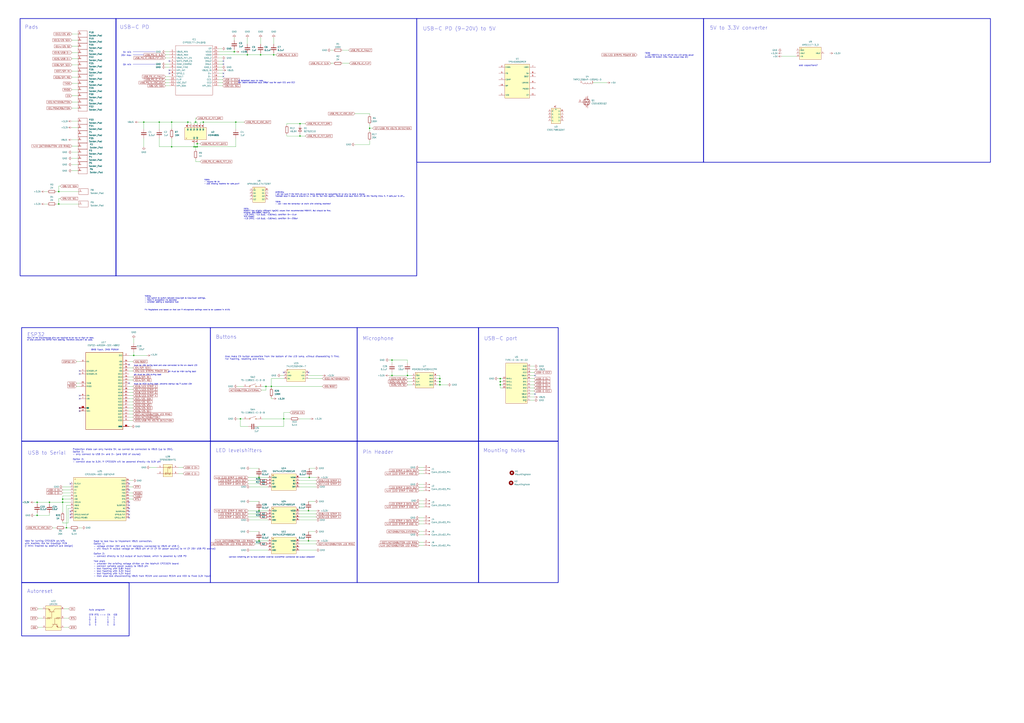
<source format=kicad_sch>
(kicad_sch (version 20230121) (generator eeschema)
  (paper "A1")
  (junction (at 334.645 308.61))
  (junction (at 410.845 316.23))
  (junction (at 361.315 316.23))
  (junction (at 233.045 344.17))
  (junction (at 224.79 45.085))
  (junction (at 48.26 167.64))
  (junction (at 213.995 45.085))
  (junction (at 193.675 100.33))
  (junction (at 159.385 120.65))
  (junction (at 154.305 100.33))
  (junction (at 48.26 157.48))
  (junction (at 40.64 412.75))
  (junction (at 321.945 295.91))
  (junction (at 361.315 313.69))
  (junction (at 140.97 120.65))
  (junction (at 410.845 311.15))
  (junction (at 161.925 120.65))
  (junction (at 410.845 313.69))
  (junction (at 203.2 45.085))
  (junction (at 160.655 120.65))
  (junction (at 303.53 105.41))
  (junction (at 222.885 317.5))
  (junction (at 192.405 42.545))
  (junction (at 51.435 410.21))
  (junction (at 246.38 101.6))
  (junction (at 167.005 100.33))
  (junction (at 321.945 308.61))
  (junction (at 197.485 344.17))
  (junction (at 253.365 419.735))
  (junction (at 160.655 100.33))
  (junction (at 253.365 444.5))
  (junction (at 51.435 412.75))
  (junction (at 212.725 444.5))
  (junction (at 54.61 433.705))
  (junction (at 161.925 118.11))
  (junction (at 212.725 419.735))
  (junction (at 118.11 100.33))
  (junction (at 140.97 100.33))
  (junction (at 254 392.43))
  (junction (at 246.38 111.76))
  (junction (at 30.48 423.545))
  (junction (at 30.48 412.75))
  (junction (at 212.725 392.43))
  (junction (at 361.315 311.15))
  (junction (at 130.81 100.33))
  (junction (at 218.44 317.5))
  (junction (at 109.855 292.1))
  (no_connect (at 439.42 308.61))
  (no_connect (at 65.405 325.12))
  (no_connect (at 253.365 306.07))
  (no_connect (at 65.405 337.82))
  (no_connect (at 106.045 417.83))
  (no_connect (at 183.515 52.705))
  (no_connect (at 139.065 50.165))
  (no_connect (at 106.045 420.37))
  (no_connect (at 106.045 314.96))
  (no_connect (at 439.42 323.85))
  (no_connect (at 139.065 57.785))
  (no_connect (at 106.045 415.29))
  (no_connect (at 106.045 425.45))
  (no_connect (at 106.045 412.75))
  (no_connect (at 65.405 335.28))
  (no_connect (at 106.045 397.51))
  (no_connect (at 139.065 60.325))
  (no_connect (at 57.785 425.45))
  (no_connect (at 106.045 299.72))
  (no_connect (at 57.785 397.51))
  (no_connect (at 106.045 422.91))
  (no_connect (at 183.515 60.325))
  (no_connect (at 65.405 327.66))
  (no_connect (at 183.515 62.865))
  (no_connect (at 57.785 420.37))
  (no_connect (at 183.515 50.165))
  (no_connect (at 57.785 422.91))
  (no_connect (at 106.045 402.59))
  (no_connect (at 65.405 307.34))
  (no_connect (at 233.045 306.07))
  (no_connect (at 65.405 304.8))
  (wire (pts (xy 192.405 31.115) (xy 192.405 33.02)))
  (wire (pts (xy 106.045 394.97) (xy 109.22 394.97)))
  (wire (pts (xy 30.48 414.02) (xy 30.48 412.75)))
  (wire (pts (xy 54.61 415.29) (xy 54.61 433.705)))
  (wire (pts (xy 344.17 439.42) (xy 347.98 439.42)))
  (wire (pts (xy 135.89 62.865) (xy 139.065 62.865)))
  (wire (pts (xy 271.78 52.07) (xy 273.685 52.07)))
  (wire (pts (xy 106.045 312.42) (xy 109.22 312.42)))
  (wire (pts (xy 233.045 339.09) (xy 238.125 339.09)))
  (wire (pts (xy 245.745 447.04) (xy 259.715 447.04)))
  (wire (pts (xy 146.685 384.175) (xy 150.495 384.175)))
  (wire (pts (xy 410.845 311.15) (xy 410.845 313.69)))
  (wire (pts (xy 51.435 410.21) (xy 51.435 412.75)))
  (wire (pts (xy 303.53 105.41) (xy 306.07 105.41)))
  (wire (pts (xy 62.865 317.5) (xy 65.405 317.5)))
  (wire (pts (xy 245.745 419.735) (xy 253.365 419.735)))
  (wire (pts (xy 253.365 412.115) (xy 258.445 412.115)))
  (wire (pts (xy 439.42 308.61) (xy 435.61 308.61)))
  (wire (pts (xy 59.055 114.935) (xy 64.135 114.935)))
  (wire (pts (xy 57.785 407.67) (xy 51.435 407.67)))
  (wire (pts (xy 59.055 68.58) (xy 64.135 68.58)))
  (wire (pts (xy 205.105 452.12) (xy 220.345 452.12)))
  (wire (pts (xy 179.705 70.485) (xy 182.88 70.485)))
  (wire (pts (xy 135.89 52.705) (xy 139.065 52.705)))
  (wire (pts (xy 154.305 100.33) (xy 154.305 102.235)))
  (wire (pts (xy 361.315 308.61) (xy 361.315 311.15)))
  (wire (pts (xy 59.055 33.02) (xy 64.135 33.02)))
  (wire (pts (xy 224.155 327.66) (xy 222.885 327.66)))
  (wire (pts (xy 51.435 402.59) (xy 57.785 402.59)))
  (wire (pts (xy 212.725 412.115) (xy 205.105 412.115)))
  (wire (pts (xy 193.675 120.65) (xy 161.925 120.65)))
  (wire (pts (xy 253.365 308.61) (xy 264.795 308.61)))
  (wire (pts (xy 412.75 318.77) (xy 410.845 318.77)))
  (wire (pts (xy 54.61 415.29) (xy 57.785 415.29)))
  (wire (pts (xy 109.22 325.12) (xy 106.045 325.12)))
  (wire (pts (xy 48.26 157.48) (xy 64.77 157.48)))
  (wire (pts (xy 226.695 45.085) (xy 224.79 45.085)))
  (wire (pts (xy 109.855 289.56) (xy 109.855 292.1)))
  (wire (pts (xy 358.775 316.23) (xy 361.315 316.23)))
  (wire (pts (xy 245.745 452.12) (xy 259.715 452.12)))
  (wire (pts (xy 209.55 444.5) (xy 212.725 444.5)))
  (wire (pts (xy 214.63 320.675) (xy 218.44 320.675)))
  (wire (pts (xy 235.585 111.76) (xy 246.38 111.76)))
  (wire (pts (xy 641.985 46.355) (xy 654.05 46.355)))
  (wire (pts (xy 321.945 295.91) (xy 319.405 295.91)))
  (wire (pts (xy 164.465 102.235) (xy 164.465 100.33)))
  (wire (pts (xy 344.17 430.53) (xy 347.98 430.53)))
  (wire (pts (xy 358.775 311.15) (xy 361.315 311.15)))
  (wire (pts (xy 245.745 427.355) (xy 259.715 427.355)))
  (wire (pts (xy 246.38 102.87) (xy 246.38 101.6)))
  (wire (pts (xy 62.865 297.18) (xy 65.405 297.18)))
  (wire (pts (xy 230.505 308.61) (xy 233.045 308.61)))
  (wire (pts (xy 109.22 297.18) (xy 106.045 297.18)))
  (wire (pts (xy 334.645 313.69) (xy 338.455 313.69)))
  (wire (pts (xy 235.585 101.6) (xy 246.38 101.6)))
  (wire (pts (xy 213.995 45.085) (xy 224.79 45.085)))
  (wire (pts (xy 291.465 118.745) (xy 303.53 118.745)))
  (wire (pts (xy 233.045 344.17) (xy 233.045 350.52)))
  (wire (pts (xy 30.48 423.545) (xy 30.48 421.64)))
  (wire (pts (xy 245.745 444.5) (xy 253.365 444.5)))
  (wire (pts (xy 361.315 316.23) (xy 367.665 316.23)))
  (wire (pts (xy 410.845 316.23) (xy 410.845 318.77)))
  (wire (pts (xy 215.265 344.17) (xy 233.045 344.17)))
  (wire (pts (xy 222.885 317.5) (xy 222.885 311.15)))
  (wire (pts (xy 203.835 397.51) (xy 212.725 397.51)))
  (wire (pts (xy 160.655 130.81) (xy 160.655 132.715)))
  (wire (pts (xy 109.22 327.66) (xy 106.045 327.66)))
  (wire (pts (xy 51.435 412.75) (xy 51.435 421.005)))
  (wire (pts (xy 159.385 120.65) (xy 160.655 120.65)))
  (wire (pts (xy 179.705 45.085) (xy 203.2 45.085)))
  (wire (pts (xy 224.79 31.115) (xy 224.79 36.195)))
  (wire (pts (xy 438.785 311.15) (xy 435.61 311.15)))
  (wire (pts (xy 245.745 424.815) (xy 259.715 424.815)))
  (wire (pts (xy 238.125 344.17) (xy 233.045 344.17)))
  (wire (pts (xy 118.11 113.665) (xy 118.11 120.65)))
  (wire (pts (xy 438.785 300.99) (xy 435.61 300.99)))
  (wire (pts (xy 161.925 102.235) (xy 161.925 100.33)))
  (wire (pts (xy 59.055 83.82) (xy 64.135 83.82)))
  (wire (pts (xy 344.17 386.715) (xy 347.98 386.715)))
  (wire (pts (xy 59.055 120.015) (xy 64.135 120.015)))
  (wire (pts (xy 344.17 414.02) (xy 347.98 414.02)))
  (wire (pts (xy 159.385 117.475) (xy 159.385 120.65)))
  (wire (pts (xy 109.855 278.13) (xy 109.855 281.94)))
  (wire (pts (xy 140.97 100.33) (xy 154.305 100.33)))
  (wire (pts (xy 222.885 317.5) (xy 264.795 317.5)))
  (wire (pts (xy 291.465 93.345) (xy 303.53 93.345)))
  (wire (pts (xy 156.845 102.235) (xy 156.845 100.33)))
  (wire (pts (xy 31.115 500.38) (xy 34.925 500.38)))
  (wire (pts (xy 203.835 419.735) (xy 212.725 419.735)))
  (wire (pts (xy 109.22 332.74) (xy 106.045 332.74)))
  (wire (pts (xy 321.945 308.61) (xy 334.645 308.61)))
  (wire (pts (xy 321.945 295.91) (xy 334.645 295.91)))
  (wire (pts (xy 113.665 100.33) (xy 118.11 100.33)))
  (wire (pts (xy 156.845 100.33) (xy 154.305 100.33)))
  (wire (pts (xy 135.89 47.625) (xy 139.065 47.625)))
  (wire (pts (xy 203.835 422.275) (xy 212.725 422.275)))
  (wire (pts (xy 254 392.43) (xy 259.715 392.43)))
  (wire (pts (xy 55.88 417.83) (xy 55.88 429.895)))
  (wire (pts (xy 215.265 317.5) (xy 218.44 317.5)))
  (wire (pts (xy 224.79 43.815) (xy 224.79 45.085)))
  (wire (pts (xy 135.89 70.485) (xy 139.065 70.485)))
  (wire (pts (xy 192.405 42.545) (xy 193.675 42.545)))
  (wire (pts (xy 48.26 167.64) (xy 64.77 167.64)))
  (wire (pts (xy 59.055 88.9) (xy 64.135 88.9)))
  (wire (pts (xy 344.17 448.31) (xy 347.98 448.31)))
  (wire (pts (xy 344.17 445.77) (xy 347.98 445.77)))
  (wire (pts (xy 59.055 130.175) (xy 64.135 130.175)))
  (wire (pts (xy 361.315 311.15) (xy 361.315 313.69)))
  (wire (pts (xy 48.26 163.195) (xy 48.26 167.64)))
  (wire (pts (xy 235.585 110.49) (xy 235.585 111.76)))
  (wire (pts (xy 334.645 311.15) (xy 338.455 311.15)))
  (wire (pts (xy 334.645 316.23) (xy 338.455 316.23)))
  (wire (pts (xy 179.705 55.245) (xy 182.245 55.245)))
  (wire (pts (xy 344.17 403.225) (xy 347.98 403.225)))
  (wire (pts (xy 438.785 316.23) (xy 435.61 316.23)))
  (wire (pts (xy 179.705 47.625) (xy 182.245 47.625)))
  (wire (pts (xy 59.055 135.255) (xy 64.135 135.255)))
  (wire (pts (xy 344.17 436.88) (xy 347.98 436.88)))
  (wire (pts (xy 203.835 394.97) (xy 212.725 394.97)))
  (wire (pts (xy 334.645 308.61) (xy 338.455 308.61)))
  (wire (pts (xy 233.045 344.17) (xy 233.045 339.09)))
  (wire (pts (xy 59.055 63.5) (xy 64.135 63.5)))
  (wire (pts (xy 218.44 317.5) (xy 222.885 317.5)))
  (wire (pts (xy 54.61 433.705) (xy 57.15 433.705)))
  (wire (pts (xy 161.925 118.11) (xy 164.465 118.11)))
  (wire (pts (xy 27.94 412.75) (xy 30.48 412.75)))
  (wire (pts (xy 40.64 412.75) (xy 51.435 412.75)))
  (wire (pts (xy 130.81 113.665) (xy 130.81 120.65)))
  (wire (pts (xy 36.83 167.64) (xy 38.735 167.64)))
  (wire (pts (xy 59.055 48.26) (xy 64.135 48.26)))
  (wire (pts (xy 36.83 157.48) (xy 38.735 157.48)))
  (wire (pts (xy 245.745 422.275) (xy 259.715 422.275)))
  (wire (pts (xy 51.435 429.895) (xy 51.435 428.625)))
  (wire (pts (xy 106.045 320.04) (xy 109.22 320.04)))
  (wire (pts (xy 222.885 311.15) (xy 233.045 311.15)))
  (wire (pts (xy 130.81 106.045) (xy 130.81 100.33)))
  (wire (pts (xy 281.305 41.275) (xy 286.385 41.275)))
  (wire (pts (xy 412.75 311.15) (xy 410.845 311.15)))
  (wire (pts (xy 146.685 389.255) (xy 150.495 389.255)))
  (wire (pts (xy 49.53 153.035) (xy 48.26 153.035)))
  (wire (pts (xy 64.77 433.705) (xy 67.31 433.705)))
  (wire (pts (xy 59.055 78.74) (xy 64.135 78.74)))
  (wire (pts (xy 53.34 433.705) (xy 54.61 433.705)))
  (wire (pts (xy 109.22 405.13) (xy 106.045 405.13)))
  (wire (pts (xy 358.775 313.69) (xy 361.315 313.69)))
  (wire (pts (xy 334.645 298.45) (xy 334.645 295.91)))
  (wire (pts (xy 164.465 100.33) (xy 167.005 100.33)))
  (wire (pts (xy 48.26 153.035) (xy 48.26 157.48)))
  (wire (pts (xy 57.785 417.83) (xy 55.88 417.83)))
  (wire (pts (xy 106.045 309.88) (xy 109.22 309.88)))
  (wire (pts (xy 109.855 292.1) (xy 120.65 292.1)))
  (wire (pts (xy 439.42 323.85) (xy 435.61 323.85)))
  (wire (pts (xy 52.705 515.62) (xy 56.515 515.62)))
  (wire (pts (xy 438.785 326.39) (xy 435.61 326.39)))
  (wire (pts (xy 40.64 421.64) (xy 40.64 423.545)))
  (wire (pts (xy 438.785 328.93) (xy 435.61 328.93)))
  (wire (pts (xy 49.53 163.195) (xy 48.26 163.195)))
  (wire (pts (xy 182.88 67.945) (xy 179.705 67.945)))
  (wire (pts (xy 412.75 313.69) (xy 410.845 313.69)))
  (wire (pts (xy 212.725 384.81) (xy 205.105 384.81)))
  (wire (pts (xy 193.675 100.33) (xy 200.66 100.33)))
  (wire (pts (xy 203.2 45.085) (xy 203.2 43.815)))
  (wire (pts (xy 245.745 392.43) (xy 254 392.43)))
  (wire (pts (xy 57.785 410.21) (xy 51.435 410.21)))
  (wire (pts (xy 161.29 97.155) (xy 160.655 97.155)))
  (wire (pts (xy 344.17 384.175) (xy 347.98 384.175)))
  (wire (pts (xy 213.995 43.815) (xy 213.995 45.085)))
  (wire (pts (xy 281.305 52.07) (xy 287.02 52.07)))
  (wire (pts (xy 254 384.81) (xy 258.445 384.81)))
  (wire (pts (xy 160.655 97.155) (xy 160.655 100.33)))
  (wire (pts (xy 203.835 392.43) (xy 212.725 392.43)))
  (wire (pts (xy 194.945 317.5) (xy 200.025 317.5)))
  (wire (pts (xy 109.22 337.82) (xy 106.045 337.82)))
  (wire (pts (xy 245.745 400.05) (xy 259.715 400.05)))
  (wire (pts (xy 51.435 405.13) (xy 57.785 405.13)))
  (wire (pts (xy 253.365 311.15) (xy 264.795 311.15)))
  (wire (pts (xy 303.53 102.235) (xy 303.53 105.41)))
  (wire (pts (xy 161.925 100.33) (xy 160.655 100.33)))
  (wire (pts (xy 212.725 444.5) (xy 220.345 444.5)))
  (wire (pts (xy 193.675 113.665) (xy 193.675 120.65)))
  (wire (pts (xy 321.945 306.07) (xy 321.945 308.61)))
  (wire (pts (xy 183.515 60.325) (xy 179.705 60.325)))
  (wire (pts (xy 135.89 67.945) (xy 139.065 67.945)))
  (wire (pts (xy 140.97 106.045) (xy 140.97 100.33)))
  (wire (pts (xy 205.105 427.355) (xy 220.345 427.355)))
  (wire (pts (xy 109.22 322.58) (xy 106.045 322.58)))
  (wire (pts (xy 48.26 167.64) (xy 46.355 167.64)))
  (wire (pts (xy 59.055 58.42) (xy 64.135 58.42)))
  (wire (pts (xy 140.97 120.65) (xy 159.385 120.65)))
  (wire (pts (xy 130.81 100.33) (xy 140.97 100.33)))
  (wire (pts (xy 192.405 42.545) (xy 192.405 40.64)))
  (wire (pts (xy 159.385 100.33) (xy 159.385 102.235)))
  (wire (pts (xy 59.055 99.695) (xy 64.135 99.695)))
  (wire (pts (xy 51.435 407.67) (xy 51.435 410.21)))
  (wire (pts (xy 205.105 400.05) (xy 220.345 400.05)))
  (wire (pts (xy 106.045 292.1) (xy 109.855 292.1)))
  (wire (pts (xy 344.17 425.45) (xy 347.98 425.45)))
  (wire (pts (xy 130.81 120.65) (xy 140.97 120.65)))
  (wire (pts (xy 135.89 45.085) (xy 139.065 45.085)))
  (wire (pts (xy 183.515 52.705) (xy 179.705 52.705)))
  (wire (pts (xy 246.38 111.76) (xy 246.38 110.49)))
  (wire (pts (xy 203.2 31.115) (xy 203.2 36.195)))
  (wire (pts (xy 31.115 508) (xy 34.925 508)))
  (wire (pts (xy 203.2 45.085) (xy 213.995 45.085)))
  (wire (pts (xy 487.045 67.945) (xy 498.475 67.945)))
  (wire (pts (xy 135.89 55.245) (xy 139.065 55.245)))
  (wire (pts (xy 140.97 113.665) (xy 140.97 120.65)))
  (wire (pts (xy 167.005 100.33) (xy 167.005 102.235)))
  (wire (pts (xy 438.785 306.07) (xy 435.61 306.07)))
  (wire (pts (xy 344.17 400.685) (xy 347.98 400.685)))
  (wire (pts (xy 164.465 132.715) (xy 160.655 132.715)))
  (wire (pts (xy 358.775 308.61) (xy 361.315 308.61)))
  (wire (pts (xy 109.22 400.05) (xy 106.045 400.05)))
  (wire (pts (xy 59.055 125.095) (xy 64.135 125.095)))
  (wire (pts (xy 118.11 100.33) (xy 118.11 106.045)))
  (wire (pts (xy 203.835 424.815) (xy 212.725 424.815)))
  (wire (pts (xy 334.645 306.07) (xy 334.645 308.61)))
  (wire (pts (xy 438.785 303.53) (xy 435.61 303.53)))
  (wire (pts (xy 59.055 38.1) (xy 64.135 38.1)))
  (wire (pts (xy 410.845 313.69) (xy 410.845 316.23)))
  (wire (pts (xy 52.705 500.38) (xy 56.515 500.38)))
  (wire (pts (xy 438.785 318.77) (xy 435.61 318.77)))
  (wire (pts (xy 438.785 321.31) (xy 435.61 321.31)))
  (wire (pts (xy 246.38 101.6) (xy 250.825 101.6)))
  (wire (pts (xy 303.53 93.345) (xy 303.53 94.615)))
  (wire (pts (xy 160.655 120.65) (xy 161.925 120.65)))
  (wire (pts (xy 109.22 342.9) (xy 106.045 342.9)))
  (wire (pts (xy 253.365 419.735) (xy 259.715 419.735)))
  (wire (pts (xy 106.045 317.5) (xy 109.22 317.5)))
  (wire (pts (xy 135.89 65.405) (xy 139.065 65.405)))
  (wire (pts (xy 161.925 118.11) (xy 161.925 120.65)))
  (wire (pts (xy 179.705 42.545) (xy 192.405 42.545)))
  (wire (pts (xy 51.435 400.05) (xy 57.785 400.05)))
  (wire (pts (xy 183.515 62.865) (xy 179.705 62.865)))
  (wire (pts (xy 161.925 118.11) (xy 161.925 117.475)))
  (wire (pts (xy 303.53 105.41) (xy 303.53 107.95)))
  (wire (pts (xy 31.115 515.62) (xy 34.925 515.62)))
  (wire (pts (xy 218.44 320.675) (xy 218.44 317.5)))
  (wire (pts (xy 183.515 50.165) (xy 179.705 50.165)))
  (wire (pts (xy 344.17 389.255) (xy 347.98 389.255)))
  (wire (pts (xy 344.805 411.48) (xy 347.98 411.48)))
  (wire (pts (xy 412.75 316.23) (xy 410.845 316.23)))
  (wire (pts (xy 107.95 350.52) (xy 106.045 350.52)))
  (wire (pts (xy 245.745 397.51) (xy 259.715 397.51)))
  (wire (pts (xy 344.17 416.56) (xy 347.98 416.56)))
  (wire (pts (xy 193.675 106.045) (xy 193.675 100.33)))
  (wire (pts (xy 118.11 100.33) (xy 130.81 100.33)))
  (wire (pts (xy 135.89 42.545) (xy 139.065 42.545)))
  (wire (pts (xy 59.055 27.94) (xy 64.135 27.94)))
  (wire (pts (xy 213.995 31.115) (xy 213.995 36.195)))
  (wire (pts (xy 344.17 427.99) (xy 347.98 427.99)))
  (wire (pts (xy 59.055 104.775) (xy 64.135 104.775)))
  (wire (pts (xy 222.885 317.5) (xy 222.885 318.77)))
  (wire (pts (xy 209.55 447.04) (xy 212.725 447.04)))
  (wire (pts (xy 40.64 423.545) (xy 30.48 423.545)))
  (wire (pts (xy 59.055 140.335) (xy 64.135 140.335)))
  (wire (pts (xy 59.055 73.66) (xy 64.135 73.66)))
  (wire (pts (xy 194.945 344.17) (xy 197.485 344.17)))
  (wire (pts (xy 106.045 302.26) (xy 109.22 302.26)))
  (wire (pts (xy 167.005 100.33) (xy 193.675 100.33)))
  (wire (pts (xy 211.455 350.52) (xy 233.045 350.52)))
  (wire (pts (xy 59.055 53.34) (xy 64.135 53.34)))
  (wire (pts (xy 235.585 102.87) (xy 235.585 101.6)))
  (wire (pts (xy 250.825 111.76) (xy 246.38 111.76)))
  (wire (pts (xy 303.53 115.57) (xy 303.53 118.745)))
  (wire (pts (xy 106.045 304.8) (xy 109.22 304.8)))
  (wire (pts (xy 43.18 433.705) (xy 45.72 433.705)))
  (wire (pts (xy 361.315 313.69) (xy 361.315 316.23)))
  (wire (pts (xy 109.22 407.67) (xy 106.045 407.67)))
  (wire (pts (xy 245.745 394.97) (xy 259.715 394.97)))
  (wire (pts (xy 245.745 344.17) (xy 254.635 344.17)))
  (wire (pts (xy 344.17 398.145) (xy 347.98 398.145)))
  (wire (pts (xy 52.705 508) (xy 56.515 508)))
  (wire (pts (xy 55.88 429.895) (xy 51.435 429.895)))
  (wire (pts (xy 27.94 423.545) (xy 30.48 423.545)))
  (wire (pts (xy 51.435 412.75) (xy 57.785 412.75)))
  (wire (pts (xy 179.705 57.785) (xy 182.88 57.785)))
  (wire (pts (xy 30.48 412.75) (xy 40.64 412.75)))
  (wire (pts (xy 321.945 298.45) (xy 321.945 295.91)))
  (wire (pts (xy 203.835 350.52) (xy 197.485 350.52)))
  (wire (pts (xy 410.845 311.15) (xy 408.94 311.15)))
  (wire (pts (xy 109.22 345.44) (xy 106.045 345.44)))
  (wire (pts (xy 222.885 327.66) (xy 222.885 326.39)))
  (wire (pts (xy 197.485 344.17) (xy 200.025 344.17)))
  (wire (pts (xy 59.055 43.18) (xy 64.135 43.18)))
  (wire (pts (xy 271.78 41.275) (xy 273.685 41.275)))
  (wire (pts (xy 319.405 308.61) (xy 321.945 308.61)))
  (wire (pts (xy 160.655 123.19) (xy 160.655 120.65)))
  (wire (pts (xy 48.26 157.48) (xy 46.355 157.48)))
  (wire (pts (xy 109.22 335.28) (xy 106.045 335.28)))
  (wire (pts (xy 197.485 350.52) (xy 197.485 344.17)))
  (wire (pts (xy 212.725 436.88) (xy 205.105 436.88)))
  (wire (pts (xy 160.655 100.33) (xy 159.385 100.33)))
  (wire (pts (xy 123.19 384.175) (xy 128.905 384.175)))
  (wire (pts (xy 106.045 340.36) (xy 109.22 340.36)))
  (wire (pts (xy 212.725 419.735) (xy 220.345 419.735)))
  (wire (pts (xy 62.865 314.96) (xy 65.405 314.96)))
  (wire (pts (xy 109.22 410.21) (xy 106.045 410.21)))
  (wire (pts (xy 109.22 330.2) (xy 106.045 330.2)))
  (wire (pts (xy 438.785 313.69) (xy 435.61 313.69)))
  (wire (pts (xy 179.705 40.005) (xy 182.245 40.005)))
  (wire (pts (xy 40.64 412.75) (xy 40.64 414.02)))
  (wire (pts (xy 253.365 444.5) (xy 259.715 444.5)))
  (wire (pts (xy 253.365 436.88) (xy 258.445 436.88)))
  (wire (pts (xy 212.725 392.43) (xy 220.345 392.43)))
  (wire (pts (xy 182.88 65.405) (xy 179.705 65.405)))
  (rectangle (start 293.37 269.24) (end 393.065 362.585) (stroke (width 0.5)))
  (rectangle (start 342.265 15.24) (end 577.85 133.35) (stroke (width 0.5)))
  (rectangle (start 109.22 42.545) (end 127.635 42.545))
  (rectangle (start 17.78 269.24) (end 172.72 362.585) (stroke (width 0.5)))
  (rectangle (start 393.065 269.24) (end 458.47 362.585) (stroke (width 0.5)))
  (rectangle (start 16.51 15.24) (end 95.25 226.695) (stroke (width 0.5)))
  (rectangle (start 95.25 15.24) (end 342.265 226.695) (stroke (width 0.5)))
  (rectangle (start 172.72 362.585) (end 293.37 478.79) (stroke (width 0.5)))
  (rectangle (start 577.85 15.24) (end 813.435 133.35) (stroke (width 0.5)))
  (rectangle (start 172.72 269.24) (end 293.37 362.585) (stroke (width 0.5)))
  (rectangle (start 17.78 362.585) (end 172.72 478.79) (stroke (width 0.5)))
  (rectangle (start 393.065 362.585) (end 458.47 478.79) (stroke (width 0.5)))
  (rectangle (start 109.22 45.085) (end 118.11 45.085))
  (rectangle (start 17.78 478.79) (end 106.045 522.605) (stroke (width 0.5)))
  (rectangle (start 293.37 362.585) (end 393.065 478.79) (stroke (width 0.5)))
  (rectangle (start 109.22 52.705) (end 127.635 52.705))
  (text "must be HIGH during boot, prevents startup log if pulled LOW" (at 109.855 316.23 0) (effects (font (size 1 1)) (justify left bottom)))
  (text "LED levelshifters" (at 177.165 372.11 0) (effects (font (size 3 3)) (justify left bottom)))
  (text "0A min" (at 107.95 53.975 0) (effects (font (size 1.27 1.27)) (justify right bottom)))
  (text "Buttons" (at 177.165 278.765 0) (effects (font (size 3 3)) (justify left bottom)))
  (text "add capacitors?" (at 655.955 54.61 0) (effects (font (size 1.27 1.27)) (justify left bottom)))
  (text "Many of the disconnected pins are required to be low or high on boot, \nor else prevent the ESP32 from booting. Therefore shouldn't be used." (at 22.225 280.035 0) (effects (font (size 1 1)) (justify left bottom)))
  (text "TODO:\n- request 9V 2A\n- add missing mosfets for safe_pwr?" (at 167.64 151.765 0) (effects (font (size 1 1)) (justify left bottom)))
  (text "Auto program\n\nDTR RTS -->	EN 	IO0\n1	1		1	1\n0	0		1	1\n1	0		0	1\n0	1		1	0" (at 73.025 514.35 0) (effects (font (size 1.27 1.27)) (justify left bottom)))
  (text "USB-C port" (at 397.51 280.035 0) (effects (font (size 3 3)) (justify left bottom)))
  (text "Protection diode can only handle 5V, so cannot be connected to VBUS (up to 20V).\nOption 1:\n- only connect to USB D+ and D- (and GND of course)\n\nOption 2:\n- connect also to 3.3V, if CP2102N will be powered directly via 3.3V pin" (at 59.69 380.365 0) (effects (font (size 1.27 1.27)) (justify left bottom)))
  (text "pin must be LOW during boot" (at 109.855 308.61 0) (effects (font (size 1 1)) (justify left bottom)))
  (text "5V to 3.3V converter" (at 582.93 24.765 0) (effects (font (size 3 3)) (justify left bottom)))
  (text "ESP32" (at 22.225 276.86 0) (effects (font (size 3 3)) (justify left bottom)))
  (text "Also make EN button accessible from the bottom of the LED lamp, without disassebling it first.\nFor flashing, resetting and more." (at 184.785 295.91 0) (effects (font (size 1.27 1.27)) (justify left bottom)))
  (text "TODO:\n- can I test the behaviour at xhain with existing mosfets?" (at 226.06 168.275 0) (effects (font (size 1 1)) (justify left bottom)))
  (text "INFO:\nMOSFET has slightly different Vgs(th) values then recommended MOSFET. But should be fine.\nOriginal (BSL308PE H6327):\n-1.0 (min), -1.5 (typ), -2.0(max), condition ID=-11uA\nThis model:\n-1.0 (min), -1.6 (typ), -3.0(max), condition ID=-250uA" (at 200.025 180.34 0) (effects (font (size 1 1)) (justify left bottom)))
  (text "Pin Header" (at 297.815 373.38 0) (effects (font (size 3 3)) (justify left bottom)))
  (text "TODOs:\n- Add switch to switch between GlowLight & GlowTower settings.\n- Make it accessible via backside\n- consider adding a resettable fuse" (at 118.745 248.92 0) (effects (font (size 1 1)) (justify left bottom)))
  (text "USB-C PD" (at 98.425 24.13 0) (effects (font (size 3 3)) (justify left bottom)))
  (text "WARNING:\nI am not sure if the SAFE_5V_out is really designed for outputting 5V or only to send a signal.\nFalstadt says it stays at around 2.x v, not 5v. but then again... falstadt also says there will be 20v flowing throw it, if safe_pwr is off..." (at 226.06 161.925 0) (effects (font (size 1 1)) (justify left bottom)))
  (text "20V max" (at 107.95 46.355 0) (effects (font (size 1.27 1.27)) (justify right bottom)))
  (text "USB-C PD (9-20V) to 5V" (at 347.345 25.4 0) (effects (font (size 3 3)) (justify left bottom)))
  (text "connect remaining pin to have another external levelshifter connected led output onboard?" (at 187.96 458.47 0) (effects (font (size 1 1)) (justify left bottom)))
  (text "Autoreset" (at 22.225 487.68 0) (effects (font (size 3 3)) (justify left bottom)))
  (text "Need to test how to implement VBUS connection.\nOption 1:\n- voltage divider 20K and 5.1K resistors, connected to VBUS of USB C.\n- will result in output voltage on VBUS pin of 1V (if 5V power source) to 4V (if 20V USB PD source)\n\nOption 2:\n- connect directly to 3.3 output of buck/boost, which is powered by USB PD\n\nTest plan:\n- unsolder the existing voltage divider on the Adafruit CP2102N board\n- connect variable power supply to VBUS pin\n- test flashing with 0.8V input\n- test flashing with 3.3V input\n- test flashing with 4.2V input\n- then also test disconnecting VBUS from REGIN and connect REGIN and VDD to fixed 3.3V input" (at 76.835 474.345 0) (effects (font (size 1.27 1.27)) (justify left bottom)))
  (text "Idea for turning CP2102N on/off:\nwith mosfets like for GlowSign PCB \n(i think inspired by adafruit pcb design)" (at 20.32 449.58 0) (effects (font (size 1.27 1.27)) (justify left bottom)))
  (text "Pads" (at 20.32 24.13 0) (effects (font (size 3 3)) (justify left bottom)))
  (text "Microphone" (at 297.815 280.035 0) (effects (font (size 3 3)) (justify left bottom)))
  (text "IC datasheet says no caps, \ndev board datasheet says 390pF cap for each CC1 and CC2" (at 195.58 68.58 0) (effects (font (size 1 1)) (justify left bottom)))
  (text "USB to Serial" (at 22.86 374.015 0) (effects (font (size 3 3)) (justify left bottom)))
  (text "5V min" (at 107.95 43.815 0) (effects (font (size 1.27 1.27)) (justify right bottom)))
  (text "8MB flash, 2MB PSRAM" (at 74.93 288.29 0) (effects (font (size 1.27 1.27)) (justify left bottom)))
  (text "Fix MagiqWand and based on that see if microphone settings need to be updated in WLED." (at 118.745 255.27 0) (effects (font (size 1 1)) (justify left bottom)))
  (text "TODO:\n- use MOSFETs to turn off/on the LED strips power\n(except for button LEDs, they always stay on)" (at 529.59 47.625 0) (effects (font (size 1 1)) (justify left bottom)))
  (text "pin must be HIGH during boot" (at 137.795 306.07 0) (effects (font (size 1 1)) (justify left bottom)))
  (text "Mounting holes" (at 396.875 372.11 0) (effects (font (size 3 3)) (justify left bottom)))
  (text "must be LOW during boot and also connected to the on-board LED" (at 109.855 300.99 0) (effects (font (size 1 1)) (justify left bottom)))
  (global_label "4.4V (ACTIONBUTTON LED RING)" (shape input) (at 209.55 444.5 180) (property "Intersheetrefs" "${INTERSHEET_REFS}" (effects hide)))
  (global_label "USB-C CC2" (shape input) (at 438.785 306.07 0) (property "Intersheetrefs" "${INTERSHEET_REFS}" (effects hide)))
  (global_label "IO26{slash}I2S SD" (shape input) (at 109.22 337.82 0) (property "Intersheetrefs" "${INTERSHEET_REFS}" (effects hide)))
  (global_label "IO16{slash}LED STRIP 1" (shape input) (at 259.715 394.97 0) (property "Intersheetrefs" "${INTERSHEET_REFS}" (effects hide)))
  (global_label "IO19{slash}USB D-" (shape input) (at 59.055 43.18 180) (property "Intersheetrefs" "${INTERSHEET_REFS}" (effects hide)))
  (global_label "4.4V (LED STRIP 3 AND 4)" (shape input) (at 344.17 416.56 180) (property "Intersheetrefs" "${INTERSHEET_REFS}" (effects hide)))
  (global_label "IO3{slash}ACTIONBUTTON" (shape input) (at 59.055 83.82 180) (property "Intersheetrefs" "${INTERSHEET_REFS}" (effects hide)))
  (global_label "TXD0" (shape input) (at 59.055 68.58 180) (property "Intersheetrefs" "${INTERSHEET_REFS}" (effects hide)))
  (global_label "USB_PD_IC_FAULT" (shape input) (at 135.89 62.865 180) (property "Intersheetrefs" "${INTERSHEET_REFS}" (effects hide)))
  (global_label "USB_PD_IC_FAULT" (shape input) (at 286.385 41.275 0) (property "Intersheetrefs" "${INTERSHEET_REFS}" (effects hide)))
  (global_label "IO33{slash}USB PD VOLTS DETECTION" (shape input) (at 109.22 345.44 0) (property "Intersheetrefs" "${INTERSHEET_REFS}" (effects hide)))
  (global_label "USB-C D-" (shape input) (at 438.785 318.77 0) (property "Intersheetrefs" "${INTERSHEET_REFS}" (effects hide)))
  (global_label "TXD0" (shape input) (at 109.22 407.67 0) (property "Intersheetrefs" "${INTERSHEET_REFS}" (effects hide)))
  (global_label "USB_PD_IC_VDC_OUT" (shape input) (at 200.66 100.33 0) (property "Intersheetrefs" "${INTERSHEET_REFS}" (effects hide)))
  (global_label "IO22{slash}I2C SCL" (shape input) (at 109.22 330.2 0) (property "Intersheetrefs" "${INTERSHEET_REFS}" (effects hide)))
  (global_label "IO25{slash}I2S SCK" (shape input) (at 109.22 335.28 0) (property "Intersheetrefs" "${INTERSHEET_REFS}" (effects hide)))
  (global_label "USB-C CC1" (shape input) (at 182.88 65.405 0) (property "Intersheetrefs" "${INTERSHEET_REFS}" (effects hide)))
  (global_label "DTR" (shape input) (at 31.115 508 180) (property "Intersheetrefs" "${INTERSHEET_REFS}" (effects hide)))
  (global_label "IO32{slash}ACTIONBUTTON" (shape input) (at 264.795 311.15 0) (property "Intersheetrefs" "${INTERSHEET_REFS}" (effects hide)))
  (global_label "IO32{slash}ACTIONBUTTON" (shape input) (at 109.22 342.9 0) (property "Intersheetrefs" "${INTERSHEET_REFS}" (effects hide)))
  (global_label "IO27{slash}ACTIONBUTTON LED RING" (shape input) (at 109.22 340.36 0) (property "Intersheetrefs" "${INTERSHEET_REFS}" (effects hide)))
  (global_label "IO18{slash}LED STRIP 3" (shape input) (at 109.22 322.58 0) (property "Intersheetrefs" "${INTERSHEET_REFS}" (effects hide)))
  (global_label "IO17{slash}LED STRIP 2" (shape input) (at 109.22 320.04 0) (property "Intersheetrefs" "${INTERSHEET_REFS}" (effects hide)))
  (global_label "USB-C D+" (shape input) (at 150.495 384.175 0) (property "Intersheetrefs" "${INTERSHEET_REFS}" (effects hide)))
  (global_label "IO19{slash}LED STRIP 4" (shape input) (at 109.22 325.12 0) (property "Intersheetrefs" "${INTERSHEET_REFS}" (effects hide)))
  (global_label "USB-C CC1" (shape input) (at 438.785 321.31 0) (property "Intersheetrefs" "${INTERSHEET_REFS}" (effects hide)))
  (global_label "IO21{slash}I2C SDA" (shape input) (at 109.22 327.66 0) (property "Intersheetrefs" "${INTERSHEET_REFS}" (effects hide)))
  (global_label "IO13{slash}I2S SCK" (shape input) (at 59.055 33.02 180) (property "Intersheetrefs" "${INTERSHEET_REFS}" (effects hide)))
  (global_label "USB_PD_IC_VDC_OUT" (shape input) (at 135.89 67.945 180) (property "Intersheetrefs" "${INTERSHEET_REFS}" (effects hide)))
  (global_label "4.4V (LED STRIP 3 AND 4)" (shape input) (at 344.17 430.53 180) (property "Intersheetrefs" "${INTERSHEET_REFS}" (effects hide)))
  (global_label "IO17{slash}LED STRIP 2" (shape input) (at 259.715 397.51 0) (property "Intersheetrefs" "${INTERSHEET_REFS}" (effects hide)))
  (global_label "IO8{slash}I2C SDA" (shape input) (at 49.53 153.035 0) (property "Intersheetrefs" "${INTERSHEET_REFS}" (effects hide)))
  (global_label "IO9{slash}I2C SCL" (shape input) (at 49.53 163.195 0) (property "Intersheetrefs" "${INTERSHEET_REFS}" (effects hide)))
  (global_label "TXD0" (shape input) (at 62.865 314.96 180) (property "Intersheetrefs" "${INTERSHEET_REFS}" (effects hide)))
  (global_label "IO35{slash}SPI MO" (shape input) (at 59.055 63.5 180) (property "Intersheetrefs" "${INTERSHEET_REFS}" (effects hide)))
  (global_label "DTR" (shape input) (at 56.515 515.62 0) (property "Intersheetrefs" "${INTERSHEET_REFS}" (effects hide)))
  (global_label "IO9{slash}I2C SCL" (shape input) (at 182.88 70.485 0) (property "Intersheetrefs" "${INTERSHEET_REFS}" (effects hide)))
  (global_label "USB-C D-" (shape input) (at 438.785 313.69 0) (property "Intersheetrefs" "${INTERSHEET_REFS}" (effects hide)))
  (global_label "USB_PD_IC_VDC_OUT" (shape input) (at 291.465 93.345 180) (property "Intersheetrefs" "${INTERSHEET_REFS}" (effects hide)))
  (global_label "USB-C D+" (shape input) (at 438.785 316.23 0) (property "Intersheetrefs" "${INTERSHEET_REFS}" (effects hide)))
  (global_label "IO4{slash}SPI SCK" (shape input) (at 109.22 302.26 0) (property "Intersheetrefs" "${INTERSHEET_REFS}" (effects hide)))
  (global_label "IO7{slash}USB PD VOLTS DETECTION" (shape input) (at 306.07 105.41 0) (property "Intersheetrefs" "${INTERSHEET_REFS}" (effects hide)))
  (global_label "USB_PD_IC_FLIP" (shape input) (at 287.02 52.07 0) (property "Intersheetrefs" "${INTERSHEET_REFS}" (effects hide)))
  (global_label "IO13{slash}SPI MI" (shape input) (at 109.22 309.88 0) (property "Intersheetrefs" "${INTERSHEET_REFS}" (effects hide)))
  (global_label "IO18{slash}LED STRIP 3" (shape input) (at 259.715 422.275 0) (property "Intersheetrefs" "${INTERSHEET_REFS}" (effects hide)))
  (global_label "RTS" (shape input) (at 31.115 500.38 180) (property "Intersheetrefs" "${INTERSHEET_REFS}" (effects hide)))
  (global_label "USB_PD_IC_FLIP" (shape input) (at 135.89 65.405 180) (property "Intersheetrefs" "${INTERSHEET_REFS}" (effects hide)))
  (global_label "USB_PD_IC_VBUS_FET_EN" (shape input) (at 135.89 47.625 180) (property "Intersheetrefs" "${INTERSHEET_REFS}" (effects hide)))
  (global_label "IO23{slash}I2S WS" (shape input) (at 109.22 332.74 0) (property "Intersheetrefs" "${INTERSHEET_REFS}" (effects hide)))
  (global_label "IO14{slash}SPI MO" (shape input) (at 109.22 312.42 0) (property "Intersheetrefs" "${INTERSHEET_REFS}" (effects hide)))
  (global_label "LED STRIP 4 DATA OUT" (shape input) (at 344.17 427.99 180) (property "Intersheetrefs" "${INTERSHEET_REFS}" (effects hide)))
  (global_label "IO0{slash}BOOT" (shape input) (at 264.795 317.5 0) (property "Intersheetrefs" "${INTERSHEET_REFS}" (effects hide)))
  (global_label "ESP32 EN" (shape input) (at 238.125 339.09 0) (property "Intersheetrefs" "${INTERSHEET_REFS}" (effects hide)))
  (global_label "USB_PD_IC 3.3V" (shape input) (at 271.78 52.07 180) (property "Intersheetrefs" "${INTERSHEET_REFS}" (effects hide)))
  (global_label "LED STRIP 2 DATA OUT" (shape input) (at 344.17 400.685 180) (property "Intersheetrefs" "${INTERSHEET_REFS}" (effects hide)))
  (global_label "EN" (shape input) (at 56.515 500.38 0) (property "Intersheetrefs" "${INTERSHEET_REFS}" (effects hide)))
  (global_label "IO12{slash}I2S WS" (shape input) (at 59.055 27.94 180) (property "Intersheetrefs" "${INTERSHEET_REFS}" (effects hide)))
  (global_label "USB-C D-" (shape input) (at 51.435 405.13 180) (property "Intersheetrefs" "${INTERSHEET_REFS}" (effects hide)))
  (global_label "IO0{slash}BOOT" (shape input) (at 109.22 297.18 0) (property "Intersheetrefs" "${INTERSHEET_REFS}" (effects hide)))
  (global_label "IO14{slash}I2S SD" (shape input) (at 59.055 38.1 180) (property "Intersheetrefs" "${INTERSHEET_REFS}" (effects hide)))
  (global_label "IO37{slash}SPI MI" (shape input) (at 59.055 58.42 180) (property "Intersheetrefs" "${INTERSHEET_REFS}" (effects hide)))
  (global_label "USB_PD_IC_VBUS_FET_EN" (shape input) (at 164.465 132.715 0) (property "Intersheetrefs" "${INTERSHEET_REFS}" (effects hide)))
  (global_label "USB_PD_IC_FET_GATE" (shape input) (at 250.825 111.76 0) (property "Intersheetrefs" "${INTERSHEET_REFS}" (effects hide)))
  (global_label "IO8{slash}I2C SDA" (shape input) (at 135.89 70.485 180) (property "Intersheetrefs" "${INTERSHEET_REFS}" (effects hide)))
  (global_label "IO16{slash}LED STRIP 1" (shape input) (at 109.22 317.5 0) (property "Intersheetrefs" "${INTERSHEET_REFS}" (effects hide)))
  (global_label "IO23{slash}I2S WS" (shape input) (at 334.645 311.15 180) (property "Intersheetrefs" "${INTERSHEET_REFS}" (effects hide)))
  (global_label "RXD0" (shape input) (at 109.22 405.13 0) (property "Intersheetrefs" "${INTERSHEET_REFS}" (effects hide)))
  (global_label "ACTIONBUTTON LED RING DATA OUT" (shape input) (at 209.55 447.04 180) (property "Intersheetrefs" "${INTERSHEET_REFS}" (effects hide)))
  (global_label "4.4V (LED STRIP 1 AND 2)" (shape input) (at 344.17 389.255 180) (property "Intersheetrefs" "${INTERSHEET_REFS}" (effects hide)))
  (global_label "USB_PD_IC_FET_SRC" (shape input) (at 161.29 97.155 0) (property "Intersheetrefs" "${INTERSHEET_REFS}" (effects hide)))
  (global_label "IO20{slash}USB D+" (shape input) (at 59.055 48.26 180) (property "Intersheetrefs" "${INTERSHEET_REFS}" (effects hide)))
  (global_label "RXD0" (shape input) (at 59.055 73.66 180) (property "Intersheetrefs" "${INTERSHEET_REFS}" (effects hide)))
  (global_label "ACTIONBUTTON_EXTERNAL" (shape input) (at 344.17 436.88 180) (property "Intersheetrefs" "${INTERSHEET_REFS}" (effects hide)))
  (global_label "USB-C CC2" (shape input) (at 182.88 67.945 0) (property "Intersheetrefs" "${INTERSHEET_REFS}" (effects hide)))
  (global_label "4.4V (ACTIONBUTTON LED RING)" (shape input) (at 59.055 120.015 180) (property "Intersheetrefs" "${INTERSHEET_REFS}" (effects hide)))
  (global_label "ACTIONBUTTON_EXTERNAL" (shape input) (at 214.63 320.675 180) (property "Intersheetrefs" "${INTERSHEET_REFS}" (effects hide)))
  (global_label "DTR" (shape input) (at 109.22 400.05 0) (property "Intersheetrefs" "${INTERSHEET_REFS}" (effects hide)))
  (global_label "USB-C D+" (shape input) (at 51.435 402.59 180) (property "Intersheetrefs" "${INTERSHEET_REFS}" (effects hide)))
  (global_label "4.4V (LED STRIP 3 AND 4)" (shape input) (at 203.835 419.735 180) (property "Intersheetrefs" "${INTERSHEET_REFS}" (effects hide)))
  (global_label "IO25{slash}I2S SCK" (shape input) (at 334.645 313.69 180) (property "Intersheetrefs" "${INTERSHEET_REFS}" (effects hide)))
  (global_label "LED STRIP 3 DATA OUT" (shape input) (at 344.17 414.02 180) (property "Intersheetrefs" "${INTERSHEET_REFS}" (effects hide)))
  (global_label "USB-C D+" (shape input) (at 438.785 311.15 0) (property "Intersheetrefs" "${INTERSHEET_REFS}" (effects hide)))
  (global_label "IO0" (shape input) (at 31.115 515.62 180) (property "Intersheetrefs" "${INTERSHEET_REFS}" (effects hide)))
  (global_label "RXD0" (shape input) (at 62.865 317.5 180) (property "Intersheetrefs" "${INTERSHEET_REFS}" (effects hide)))
  (global_label "IO19{slash}LED STRIP 4" (shape input) (at 259.715 424.815 0) (property "Intersheetrefs" "${INTERSHEET_REFS}" (effects hide)))
  (global_label "IO1{slash}POWERBUTTON" (shape input) (at 59.055 88.9 180) (property "Intersheetrefs" "${INTERSHEET_REFS}" (effects hide)))
  (global_label "LED STRIP 1 DATA OUT" (shape input) (at 203.835 394.97 180) (property "Intersheetrefs" "${INTERSHEET_REFS}" (effects hide)))
  (global_label "LED STRIP 4 DATA OUT" (shape input) (at 203.835 424.815 180) (property "Intersheetrefs" "${INTERSHEET_REFS}" (effects hide)))
  (global_label "USB_PD_IC 3.3V" (shape input) (at 226.695 45.085 0) (property "Intersheetrefs" "${INTERSHEET_REFS}" (effects hide)))
  (global_label "LED STRIP 1 DATA OUT" (shape input) (at 344.17 386.715 180) (property "Intersheetrefs" "${INTERSHEET_REFS}" (effects hide)))
  (global_label "IO5{slash}LED STRIPS POWER ON" (shape input) (at 523.24 45.085 180) (property "Intersheetrefs" "${INTERSHEET_REFS}" (effects hide)))
  (global_label "IO27{slash}ACTIONBUTTON LED RING" (shape input) (at 259.715 447.04 0) (property "Intersheetrefs" "${INTERSHEET_REFS}" (effects hide)))
  (global_label "RTS" (shape input) (at 109.22 410.21 0) (property "Intersheetrefs" "${INTERSHEET_REFS}" (effects hide)))
  (global_label "IO5{slash}LED STRIPS POWER ON" (shape input) (at 109.22 304.8 0) (property "Intersheetrefs" "${INTERSHEET_REFS}" (effects hide)))
  (global_label "IO27{slash}ACTIONBUTTON LED RING" (shape input) (at 344.17 445.77 180) (property "Intersheetrefs" "${INTERSHEET_REFS}" (effects hide)))
  (global_label "USB_PD_IC_FET_SRC" (shape input) (at 250.825 101.6 0) (property "Intersheetrefs" "${INTERSHEET_REFS}" (effects hide)))
  (global_label "4.4V (LED STRIP 1 AND 2)" (shape input) (at 344.17 403.225 180) (property "Intersheetrefs" "${INTERSHEET_REFS}" (effects hide)))
  (global_label "USB_PD_IC_VDC_OUT" (shape input) (at 43.18 433.705 180) (property "Intersheetrefs" "${INTERSHEET_REFS}" (effects hide)))
  (global_label "USB-C D-" (shape input) (at 150.495 389.255 0) (property "Intersheetrefs" "${INTERSHEET_REFS}" (effects hide)))
  (global_label "LED STRIP 3 DATA OUT" (shape input) (at 203.835 422.275 180) (property "Intersheetrefs" "${INTERSHEET_REFS}" (effects hide)))
  (global_label "RTS" (shape input) (at 56.515 508 0) (property "Intersheetrefs" "${INTERSHEET_REFS}" (effects hide)))
  (global_label "4.4V (LED STRIP 1 AND 2)" (shape input) (at 203.835 392.43 180) (property "Intersheetrefs" "${INTERSHEET_REFS}" (effects hide)))
  (global_label "LED STRIP 2 DATA OUT" (shape input) (at 203.835 397.51 180) (property "Intersheetrefs" "${INTERSHEET_REFS}" (effects hide)))
  (global_label "IO36{slash}SPI SCK" (shape input) (at 59.055 53.34 180) (property "Intersheetrefs" "${INTERSHEET_REFS}" (effects hide)))
  (global_label "USB_PD_IC 3.3V" (shape input) (at 135.89 45.085 180) (property "Intersheetrefs" "${INTERSHEET_REFS}" (effects hide)))
  (global_label "USB_PD_IC_FET_GATE" (shape input) (at 164.465 118.11 0) (property "Intersheetrefs" "${INTERSHEET_REFS}" (effects hide)))
  (global_label "ESP32 EN" (shape input) (at 62.865 297.18 180) (property "Intersheetrefs" "${INTERSHEET_REFS}" (effects hide)))
  (global_label "EN" (shape input) (at 59.055 78.74 180) (property "Intersheetrefs" "${INTERSHEET_REFS}" (effects hide)))
  (global_label "4.4V (ACTIONBUTTON LED RING)" (shape input) (at 344.17 448.31 180) (property "Intersheetrefs" "${INTERSHEET_REFS}" (effects hide)))
  (global_label "IO26{slash}I2S SD" (shape input) (at 334.645 316.23 180) (property "Intersheetrefs" "${INTERSHEET_REFS}" (effects hide)))
  (symbol (lib_id "MyParts:Solder_Pad") (at 64.135 53.34 0) (unit 1)
    (property "Reference" "P25" (at 73.025 52.0699 0) (effects (justify left)))
    (property "Value" "Solder_Pad" (at 73.025 54.6099 0) (effects (justify left)))
    (property "Footprint" "footprint:Solder pad" (effects hide))
  )
  (symbol (lib_id "power:GND") (at 224.79 31.115 180) (unit 1)
    (property "Reference" "#PWR044" (effects hide))
    (property "Value" "GND" (at 224.79 26.035 0))
  )
  (symbol (lib_id "power:+5V") (at 498.475 67.945 270) (unit 1)
    (property "Reference" "#PWR012" (effects hide))
    (property "Value" "+5V" (at 501.65 67.945 90) (effects (justify left)))
  )
  (symbol (lib_id "MyParts:Solder_Pad") (at 64.135 63.5 0) (unit 1)
    (property "Reference" "P27" (at 73.025 62.2299 0) (effects (justify left)))
    (property "Value" "Solder_Pad" (at 73.025 64.7699 0) (effects (justify left)))
    (property "Footprint" "footprint:Solder pad" (effects hide))
  )
  (symbol (lib_id "power:+3.3V") (at 319.405 308.61 90) (unit 1)
    (property "Reference" "#PWR053" (effects hide))
    (property "Value" "+3.3V" (at 316.23 308.6099 90) (effects (justify left)))
  )
  (symbol (lib_id "Device:C") (at 212.725 388.62 0) (unit 1)
    (property "Reference" "C21" (at 215.265 387.35 0) (effects (justify left)))
    (property "Value" "0.1uF" (at 215.265 389.89 0) (effects (justify left)))
    (property "Footprint" "Capacitor_SMD:C_0402_1005Metric" (effects hide))
    (property "LCSC #" "C307331" (effects hide))
  )
  (symbol (lib_id "power:GND") (at 344.17 384.175 270) (mirror x) (unit 1)
    (property "Reference" "#PWR079" (effects hide))
    (property "Value" "GND" (at 339.09 384.175 90))
  )
  (symbol (lib_id "power:+1V8") (at 193.675 42.545 270) (unit 1)
    (property "Reference" "#PWR030" (effects hide))
    (property "Value" "+1V8" (at 197.485 42.5449 90) (effects (justify left)))
  )
  (symbol (lib_id "power:VBUS") (at 438.785 326.39 270) (unit 1)
    (property "Reference" "#PWR099" (effects hide))
    (property "Value" "VBUS" (at 442.595 326.3901 90) (effects (justify left)))
  )
  (symbol (lib_id "power:+3.3V") (at 224.155 327.66 270) (unit 1)
    (property "Reference" "#PWR043" (effects hide))
    (property "Value" "+3.3V" (at 227.965 327.6599 90) (effects (justify left)))
  )
  (symbol (lib_id "Device:R") (at 42.545 167.64 90) (unit 1)
    (property "Reference" "R4" (at 42.545 161.925 90))
    (property "Value" "2K" (at 42.545 164.465 90))
    (property "Footprint" "Resistor_SMD:R_0603_1608Metric" (effects hide))
    (property "LCSC #" "C22975" (effects hide))
  )
  (symbol (lib_id "Device:R") (at 235.585 106.68 180) (unit 1)
    (property "Reference" "R12" (at 238.125 105.4099 0) (effects (justify right)))
    (property "Value" "49.9K" (at 238.125 107.9499 0) (effects (justify right)))
    (property "Footprint" "Resistor_SMD:R_0603_1608Metric" (effects hide))
    (property "LCSC #" "C23184" (effects hide))
  )
  (symbol (lib_id "Connector:Conn_01x03_Pin") (at 353.06 414.02 180) (unit 1)
    (property "Reference" "J3" (at 354.33 412.75 0) (effects (justify right)))
    (property "Value" "Conn_01x03_Pin" (at 354.33 415.29 0) (effects (justify right)))
    (property "Footprint" "Connector_PinHeader_2.54mm:PinHeader_1x03_P2.54mm_Vertical" (effects hide))
  )
  (symbol (lib_id "MyParts:Solder_Pad") (at 64.135 99.695 0) (unit 1)
    (property "Reference" "P33" (at 73.025 98.4249 0) (effects (justify left)))
    (property "Value" "Solder_Pad" (at 73.025 100.9649 0) (effects (justify left)))
    (property "Footprint" "footprint:Solder pad" (effects hide))
  )
  (symbol (lib_id "power:GND") (at 205.105 427.355 270) (mirror x) (unit 1)
    (property "Reference" "#PWR038" (effects hide))
    (property "Value" "GND" (at 200.025 427.355 90))
  )
  (symbol (lib_id "Device:C") (at 212.725 415.925 0) (unit 1)
    (property "Reference" "C28" (at 215.265 414.655 0) (effects (justify left)))
    (property "Value" "0.1uF" (at 215.265 417.195 0) (effects (justify left)))
    (property "Footprint" "Capacitor_SMD:C_0402_1005Metric" (effects hide))
    (property "LCSC #" "C307331" (effects hide))
  )
  (symbol (lib_id "Device:10uF 0603") (at 207.645 350.52 90) (unit 1)
    (property "Reference" "C25" (at 208.915 351.79 90) (effects (justify right)))
    (property "Value" "1uF" (at 208.915 354.33 90) (effects (justify right)))
    (property "Footprint" "Capacitor_SMD:C_0603_1608Metric" (effects hide))
    (property "LCSC #" "C15849" (effects hide))
  )
  (symbol (lib_id "Device:R") (at 216.535 394.97 270) (unit 1)
    (property "Reference" "R26" (at 212.09 393.7 90))
    (property "Value" "62" (at 216.535 394.97 90))
    (property "Footprint" "Resistor_SMD:R_0402_1005Metric" (effects hide))
    (property "LCSC #" "C4962" (effects hide))
  )
  (symbol (lib_id "power:GND") (at 27.94 423.545 270) (unit 1)
    (property "Reference" "#PWR0101" (effects hide))
    (property "Value" "GND" (at 22.86 423.545 90))
  )
  (symbol (lib_id "MyParts:APM4953_C7473297") (at 212.725 161.29 0) (unit 1)
    (property "Reference" "U6" (at 212.725 148.59 0))
    (property "Value" "APM4953_C7473297" (at 212.725 151.13 0))
    (property "Footprint" "footprint:SOP-8_L4.9-W3.9-P1.27-LS6.0-BL" (effects hide))
    (property "Datasheet" "https://item.szlcsc.com/383602.html" (effects hide))
    (property "LCSC" "C7473297" (effects hide))
  )
  (symbol (lib_id "power:+3.3V") (at 36.83 157.48 90) (unit 1)
    (property "Reference" "#PWR03" (effects hide))
    (property "Value" "+3.3V" (at 33.655 157.4799 90) (effects (justify left)))
  )
  (symbol (lib_id "power:GND") (at 258.445 384.81 90) (unit 1)
    (property "Reference" "#PWR047" (effects hide))
    (property "Value" "GND" (at 266.065 384.81 90) (effects (justify left)))
  )
  (symbol (lib_id "power:GND") (at 344.805 411.48 270) (mirror x) (unit 1)
    (property "Reference" "#PWR082" (effects hide))
    (property "Value" "GND" (at 339.725 411.48 90))
  )
  (symbol (lib_id "Device:0.1uF 0603") (at 334.645 302.26 0) (mirror y) (unit 1)
    (property "Reference" "C27" (at 327.025 300.99 0) (effects (justify right)))
    (property "Value" "10uF" (at 327.025 303.53 0) (effects (justify right)))
    (property "Footprint" "Capacitor_SMD:C_0603_1608Metric" (effects hide))
    (property "LCSC #" "C96446" (effects hide))
  )
  (symbol (lib_id "Device:R") (at 216.535 422.275 270) (unit 1)
    (property "Reference" "R24" (at 212.09 421.005 90))
    (property "Value" "62" (at 216.535 422.275 90))
    (property "Footprint" "Resistor_SMD:R_0402_1005Metric" (effects hide))
    (property "LCSC #" "C4962" (effects hide))
  )
  (symbol (lib_id "power:GND") (at 59.055 125.095 270) (unit 1)
    (property "Reference" "#PWR013" (effects hide))
    (property "Value" "GND" (at 55.245 125.0949 90) (effects (justify right)))
  )
  (symbol (lib_id "power:GND") (at 182.245 40.005 90) (unit 1)
    (property "Reference" "#PWR025" (effects hide))
    (property "Value" "GND" (at 186.055 40.0051 90) (effects (justify right)))
  )
  (symbol (lib_id "Device:R") (at 140.97 109.855 180) (unit 1)
    (property "Reference" "R7" (at 143.51 108.5849 0) (effects (justify right)))
    (property "Value" "10K" (at 143.51 111.1249 0) (effects (justify right)))
    (property "Footprint" "Resistor_SMD:R_0603_1608Metric" (effects hide))
    (property "LCSC #" "C25804" (effects hide))
  )
  (symbol (lib_id "power:GND") (at 438.785 300.99 90) (unit 1)
    (property "Reference" "#PWR097" (effects hide))
    (property "Value" "GND" (at 442.595 300.9901 90) (effects (justify right)))
  )
  (symbol (lib_id "power:GND") (at 109.855 278.13 180) (unit 1)
    (property "Reference" "#PWR02" (effects hide))
    (property "Value" "GND" (at 109.855 273.05 0))
  )
  (symbol (lib_id "MyParts:Solder_Pad") (at 64.135 125.095 0) (unit 1)
    (property "Reference" "P3" (at 73.025 123.8249 0) (effects (justify left)))
    (property "Value" "Solder_Pad" (at 73.025 126.3649 0) (effects (justify left)))
    (property "Footprint" "footprint:Solder pad" (effects hide))
  )
  (symbol (lib_id "power:GND") (at 59.055 135.255 270) (unit 1)
    (property "Reference" "#PWR015" (effects hide))
    (property "Value" "GND" (at 55.245 135.2549 90) (effects (justify right)))
  )
  (symbol (lib_id "power:GND") (at 230.505 308.61 270) (mirror x) (unit 1)
    (property "Reference" "#PWR045" (effects hide))
    (property "Value" "GND" (at 222.885 308.61 90) (effects (justify left)))
  )
  (symbol (lib_id "power:GND") (at 213.995 31.115 180) (unit 1)
    (property "Reference" "#PWR041" (effects hide))
    (property "Value" "GND" (at 213.995 26.035 0))
  )
  (symbol (lib_id "power:+3.3V") (at 254.635 344.17 270) (unit 1)
    (property "Reference" "#PWR046" (effects hide))
    (property "Value" "+3.3V" (at 258.445 344.1699 90) (effects (justify left)))
  )
  (symbol (lib_id "MyParts:TS-1185EC-C-D-B") (at 207.645 344.17 0) (unit 1)
    (property "Reference" "SW4" (at 207.645 336.55 0))
    (property "Value" "TS-1185EC-C-D-B" (at 207.645 339.09 0))
    (property "Footprint" "footprint:SW-SMD_4P-L3.7-W3.0-P1.50-LS4.7" (effects hide))
    (property "Datasheet" "https://item.szlcsc.com/299985.html" (effects hide))
    (property "LCSC #" "C318893" (effects hide))
  )
  (symbol (lib_id "MyParts:CYPD3177-24LQXQT") (at 139.065 50.165 0) (unit 1)
    (property "Reference" "IC1" (at 159.385 32.385 0))
    (property "Value" "CYPD3177-24LQXQ" (at 159.385 34.925 0))
    (property "Footprint" "footprint:RT9471_vias_in_pad" (effects hide))
    (property "Datasheet" "https://www.cypress.com/file/460416/download" (effects hide))
    (property "LCSC #" "C2959321" (effects hide))
  )
  (symbol (lib_id "MyParts:SN74LVC2T45DCUR") (at 233.045 429.26 0) (unit 1)
    (property "Reference" "U11" (at 233.045 436.88 0))
    (property "Value" "SN74LVC2T45DCUR" (at 233.045 439.42 0))
    (property "Footprint" "footprint:VSSOP-8_L2.4-W2.1-P0.50-LS3.2-BR" (effects hide))
    (property "Datasheet" "https://item.szlcsc.com/61761.html" (effects hide))
    (property "LCSC #" "C15741" (effects hide))
  )
  (symbol (lib_id "MyParts:Solder_Pad") (at 64.135 140.335 0) (unit 1) (in_bom no)
    (property "Reference" "P6" (at 73.66 139.0649 0) (effects (justify left)))
    (property "Value" "Solder_Pad" (at 73.66 141.6049 0) (effects (justify left)))
    (property "Footprint" "footprint:Solder pad" (effects hide))
  )
  (symbol (lib_id "Device:C") (at 130.81 109.855 0) (unit 1)
    (property "Reference" "C2" (at 134.62 108.5849 0) (effects (justify left)))
    (property "Value" "1uF" (at 134.62 111.1249 0) (effects (justify left)))
    (property "Footprint" "Capacitor_SMD:C_0603_1608Metric" (effects hide))
    (property "LCSC #" "C15849" (effects hide))
  )
  (symbol (lib_id "MyParts:AMS1117-3_3") (at 665.48 43.815 0) (unit 1)
    (property "Reference" "U9" (at 665.48 34.29 0))
    (property "Value" "AMS1117-3_3" (at 665.48 36.83 0))
    (property "Footprint" "footprint:SOT-223-3_L6.5-W3.4-P2.30-LS7.0-BR" (effects hide))
    (property "Datasheet" "https://item.szlcsc.com/410724.html" (effects hide))
    (property "LCSC" "C6186" (effects hide))
  )
  (symbol (lib_id "MyParts:Solder_Pad") (at 64.135 58.42 0) (unit 1)
    (property "Reference" "P26" (at 73.025 57.1499 0) (effects (justify left)))
    (property "Value" "Solder_Pad" (at 73.025 59.6899 0) (effects (justify left)))
    (property "Footprint" "footprint:Solder pad" (effects hide))
  )
  (symbol (lib_id "MyParts:TMPC1206HP-1R5MG-D") (at 481.965 67.945 0) (unit 1)
    (property "Reference" "U4" (at 482.2896 62.865 0))
    (property "Value" "TMPC1206HP-1R5MG-D" (at 482.2896 65.405 0))
    (property "Footprint" "footprint:IND-SMD_L13.5-W12.6_TMPC1206HP-1R5MG-D" (effects hide))
    (property "Datasheet" "https://atta.szlcsc.com/upload/public/pdf/source/20200917/C357260_C7303B1510B2E4863BEAA983E4953EFB.pdf" (effects hide))
    (property "LCSC" "C357260" (effects hide))
  )
  (symbol (lib_id "Device:R") (at 216.535 447.04 270) (unit 1)
    (property "Reference" "R10" (at 212.09 445.77 90))
    (property "Value" "62" (at 216.535 447.04 90))
    (property "Footprint" "Resistor_SMD:R_0402_1005Metric" (effects hide))
    (property "LCSC #" "C4962" (effects hide))
  )
  (symbol (lib_id "power:GND") (at 194.945 317.5 270) (mirror x) (unit 1)
    (property "Reference" "#PWR032" (effects hide))
    (property "Value" "GND" (at 187.325 317.5 90) (effects (justify left)))
  )
  (symbol (lib_id "power:GND") (at 135.89 42.545 270) (unit 1)
    (property "Reference" "#PWR07" (effects hide))
    (property "Value" "GND" (at 132.08 42.545 90) (effects (justify right)))
  )
  (symbol (lib_id "Device:C") (at 254 388.62 0) (mirror y) (unit 1)
    (property "Reference" "C23" (at 251.46 387.35 0) (effects (justify left)))
    (property "Value" "0.1uF" (at 251.46 389.89 0) (effects (justify left)))
    (property "Footprint" "Capacitor_SMD:C_0402_1005Metric" (effects hide))
    (property "LCSC #" "C307331" (effects hide))
  )
  (symbol (lib_id "MyParts:Solder_Pad") (at 64.135 83.82 0) (unit 1)
    (property "Reference" "P31" (at 73.025 82.5499 0) (effects (justify left)))
    (property "Value" "Solder_Pad" (at 73.025 85.0899 0) (effects (justify left)))
    (property "Footprint" "footprint:Solder pad" (effects hide))
  )
  (symbol (lib_id "MyParts:HSM4805") (at 145.415 109.855 90) (unit 1)
    (property "Reference" "U2" (at 173.355 108.585 90) (effects (justify right)))
    (property "Value" "HSM4805" (at 170.8151 111.125 90) (effects (justify right)))
    (property "Footprint" "footprint:SOP-8_L4.9-W3.9-P1.27-LS6.0-BL" (effects hide))
    (property "Datasheet" "https://item.szlcsc.com/383602.html" (effects hide))
    (property "LCSC #" "C700973" (effects hide))
  )
  (symbol (lib_id "power:GND") (at 367.665 316.23 90) (mirror x) (unit 1)
    (property "Reference" "#PWR090" (effects hide))
    (property "Value" "GND" (at 375.285 316.23 90) (effects (justify left)))
  )
  (symbol (lib_id "power:+3.3V") (at 59.055 99.695 90) (unit 1)
    (property "Reference" "#PWR010" (effects hide))
    (property "Value" "+3.3V" (at 50.165 99.695 90) (effects (justify right)))
  )
  (symbol (lib_id "power:+3.3V") (at 259.715 444.5 270) (unit 1)
    (property "Reference" "#PWR056" (effects hide))
    (property "Value" "+3.3V" (at 263.525 444.4999 90) (effects (justify left)))
  )
  (symbol (lib_id "Device:5.1K 1% 0603") (at 241.935 344.17 270) (unit 1)
    (property "Reference" "R22" (at 241.935 346.71 90))
    (property "Value" "5.1K" (at 241.935 349.25 90))
    (property "Footprint" "Resistor_SMD:R_0402_1005Metric" (effects hide))
    (property "Datasheet" "https://datasheet.lcsc.com/lcsc/1912111437_Resistor-Today-HPCR0603F5K10K9_C365193.pdf" (effects hide))
    (property "LCSC #" "C25905" (effects hide))
  )
  (symbol (lib_id "Device:R") (at 222.885 322.58 180) (unit 1)
    (property "Reference" "R29" (at 225.425 321.3099 0) (effects (justify right)))
    (property "Value" "100K" (at 225.425 323.8499 0) (effects (justify right)))
    (property "Footprint" "Resistor_SMD:R_0603_1608Metric" (effects hide))
    (property "LCSC #" "C25803" (effects hide))
  )
  (symbol (lib_id "MyParts:SP0503BAHTG_C3040626") (at 139.065 386.715 0) (unit 1)
    (property "Reference" "U28" (at 137.795 375.285 0))
    (property "Value" "SP0503BAHTG" (at 137.795 377.825 0))
    (property "Footprint" "footprint:SOT-143-4_L2.9-W1.3-P1.92-LS2.4-BL" (effects hide))
    (property "Datasheet" "https://atta.szlcsc.com/upload/public/pdf/source/20190827/C413946_27C0D01AAFA3EAA4BC6FF898A5AC7456.pdf" (effects hide))
    (property "LCSC" "C3040626" (effects hide))
  )
  (symbol (lib_id "Device:5.1K 1% 0603") (at 49.53 433.705 270) (unit 1)
    (property "Reference" "R6" (at 49.53 436.245 90))
    (property "Value" "20K" (at 49.53 438.785 90))
    (property "Footprint" "Resistor_SMD:R_0402_1005Metric" (effects hide))
    (property "Datasheet" "https://datasheet.lcsc.com/lcsc/1912111437_Resistor-Today-HPCR0603F5K10K9_C365193.pdf" (effects hide))
    (property "LCSC #" "C25765" (effects hide))
  )
  (symbol (lib_id "power:GND") (at 67.31 433.705 90) (unit 1)
    (property "Reference" "#PWR05" (effects hide))
    (property "Value" "GND" (at 72.39 433.705 90))
  )
  (symbol (lib_id "LCSC:UMH3N") (at -20.955 612.14 270) (unit 1)
    (property "Reference" "U22" (at 43.815 494.03 90))
    (property "Value" "UMH3N" (at 43.815 496.57 90))
    (property "Footprint" "footprint:SC-70-6_L2.2-W1.3-P0.65-LS2.1-BR" (effects hide))
    (property "Datasheet" "https://item.szlcsc.com/112963.html" (effects hide))
    (property "LCSC #" "C62892" (effects hide))
  )
  (symbol (lib_id "MyParts:Solder_Pad") (at 64.135 120.015 0) (unit 1) (in_bom no)
    (property "Reference" "P2" (at 73.66 118.7449 0) (effects (justify left)))
    (property "Value" "Solder_Pad" (at 73.66 121.2849 0) (effects (justify left)))
    (property "Footprint" "footprint:Solder pad" (effects hide))
  )
  (symbol (lib_id "power:+3.3V") (at 264.795 308.61 270) (unit 1)
    (property "Reference" "#PWR052" (effects hide))
    (property "Value" "+3.3V" (at 268.605 308.6099 90) (effects (justify left)))
  )
  (symbol (lib_id "power:GND") (at 182.245 55.245 90) (unit 1)
    (property "Reference" "#PWR027" (effects hide))
    (property "Value" "GND" (at 186.055 55.2451 90) (effects (justify right)))
  )
  (symbol (lib_id "MyParts:CSD17581Q3AT") (at 456.565 95.25 0) (unit 1)
    (property "Reference" "U3" (at 456.565 104.14 0))
    (property "Value" "CSD17581Q3AT" (at 456.565 106.68 0))
    (property "Footprint" "footprint:PDFN-8_L3.2-W3.0-P0.65-LS3.3-BL-1" (effects hide))
    (property "Datasheet" "https://atta.szlcsc.com/upload/public/pdf/source/20210723/C2849567_1B4204920F8170E84645C5F863F0AC6E.pdf" (effects hide))
    (property "LCSC" "C2866708" (effects hide))
  )
  (symbol (lib_id "power:GND") (at 259.715 427.355 90) (mirror x) (unit 1)
    (property "Reference" "#PWR051" (effects hide))
    (property "Value" "GND" (at 264.795 427.355 90))
  )
  (symbol (lib_id "MyParts:Solder_Pad") (at 64.135 33.02 0) (unit 1)
    (property "Reference" "P19" (at 73.025 31.7499 0) (effects (justify left)))
    (property "Value" "Solder_Pad" (at 73.025 34.2899 0) (effects (justify left)))
    (property "Footprint" "footprint:Solder pad" (effects hide))
  )
  (symbol (lib_id "MyParts:Solder_Pad") (at 64.77 167.64 0) (unit 1) (in_bom no)
    (property "Reference" "P9" (at 74.295 166.3699 0) (effects (justify left)))
    (property "Value" "Solder_Pad" (at 74.295 168.9099 0) (effects (justify left)))
    (property "Footprint" "footprint:Solder pad" (effects hide))
  )
  (symbol (lib_id "power:GND") (at 135.89 55.245 270) (unit 1)
    (property "Reference" "#PWR054" (effects hide))
    (property "Value" "GND" (at 132.08 55.2449 90) (effects (justify right)))
  )
  (symbol (lib_id "MyParts:Solder_Pad") (at 64.135 43.18 0) (unit 1)
    (property "Reference" "P21" (at 73.025 41.9099 0) (effects (justify left)))
    (property "Value" "Solder_Pad" (at 73.025 44.4499 0) (effects (justify left)))
    (property "Footprint" "footprint:Solder pad" (effects hide))
  )
  (symbol (lib_id "MyParts:74LVC2G04DW-7") (at 243.205 295.91 0) (unit 1)
    (property "Reference" "U15" (at 243.205 298.45 0))
    (property "Value" "74LVC2G04DW-7" (at 243.205 300.99 0))
    (property "Footprint" "footprint:SOT-363_L2.0-W1.3-P0.65-LS2.1-BR" (effects hide))
    (property "Datasheet" "https://item.szlcsc.com/97429.html" (effects hide))
    (property "LCSC #" "C69053" (effects hide))
  )
  (symbol (lib_id "Device:R") (at 216.535 424.815 270) (unit 1)
    (property "Reference" "R25" (at 212.09 423.545 90))
    (property "Value" "62" (at 216.535 424.815 90))
    (property "Footprint" "Resistor_SMD:R_0402_1005Metric" (effects hide))
    (property "LCSC #" "C4962" (effects hide))
  )
  (symbol (lib_id "power:GND") (at 258.445 412.115 90) (unit 1)
    (property "Reference" "#PWR048" (effects hide))
    (property "Value" "GND" (at 266.065 412.115 90) (effects (justify left)))
  )
  (symbol (lib_id "Device:0.1uF 0603") (at 321.945 302.26 0) (mirror y) (unit 1)
    (property "Reference" "C26" (at 318.135 300.9899 0) (effects (justify left)))
    (property "Value" "0.1uF" (at 318.135 303.5299 0) (effects (justify left)))
    (property "Footprint" "Capacitor_SMD:C_0402_1005Metric" (effects hide))
    (property "LCSC #" "C307331" (effects hide))
  )
  (symbol (lib_id "power:GND") (at 109.22 394.97 90) (unit 1)
    (property "Reference" "#PWR039" (effects hide))
    (property "Value" "GND" (at 114.3 394.97 90))
  )
  (symbol (lib_id "Connector:Conn_01x03_Pin") (at 353.06 386.715 180) (unit 1)
    (property "Reference" "J1" (at 354.33 385.445 0) (effects (justify right)))
    (property "Value" "Conn_01x03_Pin" (at 354.33 387.985 0) (effects (justify right)))
    (property "Footprint" "Connector_PinHeader_2.54mm:PinHeader_1x03_P2.54mm_Vertical" (effects hide))
  )
  (symbol (lib_id "Device:5.1K 1% 0603") (at 60.96 433.705 270) (unit 1)
    (property "Reference" "R8" (at 60.96 436.245 90))
    (property "Value" "5.1K" (at 60.96 438.785 90))
    (property "Footprint" "Resistor_SMD:R_0402_1005Metric" (effects hide))
    (property "Datasheet" "https://datasheet.lcsc.com/lcsc/1912111437_Resistor-Today-HPCR0603F5K10K9_C365193.pdf" (effects hide))
    (property "LCSC #" "C25905" (effects hide))
  )
  (symbol (lib_id "power:GND") (at 205.105 436.88 270) (mirror x) (unit 1)
    (property "Reference" "#PWR031" (effects hide))
    (property "Value" "GND" (at 197.485 436.88 90) (effects (justify left)))
  )
  (symbol (lib_id "MyParts:Solder_Pad") (at 64.135 78.74 0) (unit 1)
    (property "Reference" "P30" (at 73.025 77.4699 0) (effects (justify left)))
    (property "Value" "Solder_Pad" (at 73.025 80.0099 0) (effects (justify left)))
    (property "Footprint" "footprint:Solder pad" (effects hide))
  )
  (symbol (lib_id "Device:10uF 0603") (at 109.855 285.75 0) (unit 1)
    (property "Reference" "C19" (at 116.205 284.48 0) (effects (justify right)))
    (property "Value" "10uF" (at 118.745 287.02 0) (effects (justify right)))
    (property "Footprint" "Capacitor_SMD:C_0603_1608Metric" (effects hide))
    (property "Datasheet" "https://datasheet.lcsc.com/lcsc/2010151208_SANYEAR-C0603X5R106K250NT_C729457.pdf" (effects hide))
    (property "Description" "25V 10uF ±10% 0603 Multilayer Ceramic Capacitors MLCC - SMD/SMT ROHS" (effects hide))
    (property "100+" "€0.0537" (effects hide))
    (property "LCSC #" "C96446" (effects hide))
  )
  (symbol (lib_id "Device:10K 0603") (at 277.495 41.275 270) (unit 1)
    (property "Reference" "R1" (at 277.495 36.195 90))
    (property "Value" "100K" (at 277.495 38.735 90))
    (property "Footprint" "Resistor_SMD:R_0603_1608Metric" (effects hide))
    (property "LCSC #" "C25803" (effects hide))
  )
  (symbol (lib_id "power:VBUS") (at 113.665 100.33 90) (unit 1)
    (property "Reference" "#PWR022" (effects hide))
    (property "Value" "VBUS" (at 109.855 100.3299 90) (effects (justify left)))
  )
  (symbol (lib_id "power:GND") (at 194.945 344.17 270) (mirror x) (unit 1)
    (property "Reference" "#PWR033" (effects hide))
    (property "Value" "GND" (at 187.325 344.17 90) (effects (justify left)))
  )
  (symbol (lib_id "power:GND") (at 192.405 31.115 180) (unit 1)
    (property "Reference" "#PWR029" (effects hide))
    (property "Value" "GND" (at 192.405 26.035 0))
  )
  (symbol (lib_id "Connector:Conn_01x02_Pin") (at 353.06 448.31 180) (unit 1)
    (property "Reference" "J6" (at 354.33 445.77 0) (effects (justify right)))
    (property "Value" "Conn_01x02_Pin" (at 354.33 448.31 0) (effects (justify right)))
    (property "Footprint" "Connector_PinHeader_2.54mm:PinHeader_1x02_P2.54mm_Vertical" (effects hide))
  )
  (symbol (lib_id "Device:C") (at 224.79 40.005 0) (unit 1)
    (property "Reference" "C7" (at 227.965 38.7349 0) (effects (justify left)))
    (property "Value" "0.1uF" (at 227.965 41.2749 0) (effects (justify left)))
    (property "Footprint" "Capacitor_SMD:C_0402_1005Metric" (effects hide))
    (property "LCSC #" "C307331" (effects hide))
  )
  (symbol (lib_id "power:GND") (at 51.435 400.05 270) (unit 1)
    (property "Reference" "#PWR09" (effects hide))
    (property "Value" "GND" (at 46.355 400.05 90))
  )
  (symbol (lib_id "power:+3.3V") (at 27.94 412.75 90) (unit 1)
    (property "Reference" "#PWR096" (effects hide))
    (property "Value" "+3.3V" (at 24.13 412.75 90) (effects (justify left)))
  )
  (symbol (lib_id "Mechanical:MountingHole") (at 419.735 396.875 0) (unit 1)
    (property "Reference" "H2" (at 422.275 395.6049 0) (effects (justify left)))
    (property "Value" "MountingHole" (at 422.275 398.1449 0) (effects (justify left)))
    (property "Footprint" "MountingHole:MountingHole_3.2mm_M3" (effects hide))
  )
  (symbol (lib_id "Device:R") (at 42.545 157.48 90) (unit 1)
    (property "Reference" "R3" (at 42.545 151.765 90))
    (property "Value" "2K" (at 42.545 154.305 90))
    (property "Footprint" "Resistor_SMD:R_0603_1608Metric" (effects hide))
    (property "LCSC #" "C22975" (effects hide))
  )
  (symbol (lib_id "Device:C") (at 212.725 440.69 0) (unit 1)
    (property "Reference" "C8" (at 215.265 439.42 0) (effects (justify left)))
    (property "Value" "0.1uF" (at 215.265 441.96 0) (effects (justify left)))
    (property "Footprint" "Capacitor_SMD:C_0402_1005Metric" (effects hide))
    (property "LCSC #" "C307331" (effects hide))
  )
  (symbol (lib_id "power:GND") (at 258.445 436.88 90) (unit 1)
    (property "Reference" "#PWR055" (effects hide))
    (property "Value" "GND" (at 266.065 436.88 90) (effects (justify left)))
  )
  (symbol (lib_id "MyParts:CP2102N-A02-GQFN24R") (at 81.915 410.21 0) (unit 1)
    (property "Reference" "U25" (at 81.915 387.35 0))
    (property "Value" "CP2102N-A02-GQFN24R" (at 81.915 389.89 0))
    (property "Footprint" "footprint:QFN-24_L4.0-W4.0-P0.50-TL-EP2.6" (effects hide))
    (property "Datasheet" "https://item.szlcsc.com/245167.html" (effects hide))
    (property "LCSC" "C969151" (effects hide))
  )
  (symbol (lib_id "MyParts:Solder_Pad") (at 64.135 109.855 0) (unit 1)
    (property "Reference" "P1" (at 73.025 108.5849 0) (effects (justify left)))
    (property "Value" "Solder_Pad" (at 73.025 111.1249 0) (effects (justify left)))
    (property "Footprint" "footprint:Solder pad" (effects hide))
  )
  (symbol (lib_id "MyParts:Solder_Pad") (at 64.135 114.935 0) (unit 1)
    (property "Reference" "P35" (at 73.025 113.6649 0) (effects (justify left)))
    (property "Value" "Solder_Pad" (at 73.025 116.2049 0) (effects (justify left)))
    (property "Footprint" "footprint:Solder pad" (effects hide))
  )
  (symbol (lib_id "Device:10K 0603") (at 303.53 98.425 0) (unit 1)
    (property "Reference" "R5" (at 307.34 97.155 0))
    (property "Value" "100K" (at 307.34 99.695 0))
    (property "Footprint" "Resistor_SMD:R_0603_1608Metric" (effects hide))
    (property "LCSC #" "C25803" (effects hide))
  )
  (symbol (lib_id "Device:C") (at 253.365 415.925 0) (mirror y) (unit 1)
    (property "Reference" "C29" (at 250.825 414.655 0) (effects (justify left)))
    (property "Value" "0.1uF" (at 250.825 417.195 0) (effects (justify left)))
    (property "Footprint" "Capacitor_SMD:C_0402_1005Metric" (effects hide))
    (property "LCSC #" "C307331" (effects hide))
  )
  (symbol (lib_id "MyParts:Solder_Pad") (at 64.135 88.9 0) (unit 1)
    (property "Reference" "P32" (at 73.025 87.6299 0) (effects (justify left)))
    (property "Value" "Solder_Pad" (at 73.025 90.1699 0) (effects (justify left)))
    (property "Footprint" "footprint:Solder pad" (effects hide))
  )
  (symbol (lib_id "power:+5V") (at 641.985 46.355 90) (unit 1)
    (property "Reference" "#PWR059" (effects hide))
    (property "Value" "+5V" (at 638.81 46.355 90) (effects (justify left)))
  )
  (symbol (lib_id "MyParts:Solder_Pad") (at 64.135 73.66 0) (unit 1)
    (property "Reference" "P29" (at 73.025 72.3899 0) (effects (justify left)))
    (property "Value" "Solder_Pad" (at 73.025 74.9299 0) (effects (justify left)))
    (property "Footprint" "footprint:Solder pad" (effects hide))
  )
  (symbol (lib_id "Device:5.1K 1% 0603") (at 51.435 424.815 180) (unit 1)
    (property "Reference" "R23" (at 47.625 423.545 0))
    (property "Value" "1K" (at 47.625 426.085 0))
    (property "Footprint" "Resistor_SMD:R_0402_1005Metric" (effects hide))
    (property "Datasheet" "https://datasheet.lcsc.com/lcsc/1912111437_Resistor-Today-HPCR0603F5K10K9_C365193.pdf" (effects hide))
    (property "LCSC #" "C11702" (effects hide))
  )
  (symbol (lib_id "Device:C") (at 192.405 36.83 0) (unit 1)
    (property "Reference" "C3" (at 196.215 35.5599 0) (effects (justify left)))
    (property "Value" "1uF" (at 196.215 38.0999 0) (effects (justify left)))
    (property "Footprint" "Capacitor_SMD:C_0603_1608Metric" (effects hide))
    (property "LCSC #" "C15849" (effects hide))
  )
  (symbol (lib_id "power:GND") (at 182.245 47.625 90) (unit 1)
    (property "Reference" "#PWR026" (effects hide))
    (property "Value" "GND" (at 186.055 47.6251 90) (effects (justify right)))
  )
  (symbol (lib_id "Device:R") (at 303.53 111.76 0) (unit 1)
    (property "Reference" "R17" (at 305.435 110.4899 0) (effects (justify left)))
    (property "Value" "20K" (at 305.435 113.0299 0) (effects (justify left)))
    (property "Footprint" "Resistor_SMD:R_0603_1608Metric" (effects hide))
    (property "LCSC #" "C4184" (effects hide))
  )
  (symbol (lib_id "power:GND") (at 135.89 52.705 270) (unit 1)
    (property "Reference" "#PWR06" (effects hide))
    (property "Value" "GND" (at 132.08 52.705 90) (effects (justify right)))
  )
  (symbol (lib_id "power:GND") (at 319.405 295.91 270) (mirror x) (unit 1)
    (property "Reference" "#PWR078" (effects hide))
    (property "Value" "GND" (at 311.785 295.91 90) (effects (justify left)))
  )
  (symbol (lib_id "MyParts:SN74LVC2T45DCUR") (at 233.045 377.19 0) (unit 1)
    (property "Reference" "U14" (at 233.045 384.81 0))
    (property "Value" "SN74LVC2T45DCUR" (at 233.045 387.35 0))
    (property "Footprint" "footprint:VSSOP-8_L2.4-W2.1-P0.50-LS3.2-BR" (effects hide))
    (property "Datasheet" "https://item.szlcsc.com/61761.html" (effects hide))
    (property "LCSC #" "C15741" (effects hide))
  )
  (symbol (lib_id "power:+3.3V") (at 59.055 104.775 90) (unit 1)
    (property "Reference" "#PWR061" (effects hide))
    (property "Value" "+3.3V" (at 50.165 104.775 90) (effects (justify right)))
  )
  (symbol (lib_id "power:GND") (at 344.17 398.145 270) (mirror x) (unit 1)
    (property "Reference" "#PWR080" (effects hide))
    (property "Value" "GND" (at 339.09 398.145 90))
  )
  (symbol (lib_id "Device:C") (at 118.11 109.855 180) (unit 1)
    (property "Reference" "C1" (at 121.92 108.5849 0) (effects (justify right)))
    (property "Value" "3.3uF" (at 121.92 111.1249 0) (effects (justify right)))
    (property "Footprint" "Capacitor_SMD:C_0805_2012Metric" (effects hide))
    (property "LCSC #" "C342775" (effects hide))
  )
  (symbol (lib_id "power:GND") (at 344.17 425.45 270) (mirror x) (unit 1)
    (property "Reference" "#PWR081" (effects hide))
    (property "Value" "GND" (at 339.09 425.45 90))
  )
  (symbol (lib_id "MyParts:Solder_Pad") (at 64.135 48.26 0) (unit 1)
    (property "Reference" "P22" (at 73.025 46.9899 0) (effects (justify left)))
    (property "Value" "Solder_Pad" (at 73.025 49.5299 0) (effects (justify left)))
    (property "Footprint" "footprint:Solder pad" (effects hide))
  )
  (symbol (lib_id "Device:R") (at 216.535 397.51 270) (unit 1)
    (property "Reference" "R27" (at 212.09 396.24 90))
    (property "Value" "62" (at 216.535 397.51 90))
    (property "Footprint" "Resistor_SMD:R_0402_1005Metric" (effects hide))
    (property "LCSC #" "C4962" (effects hide))
  )
  (symbol (lib_id "MyParts:Solder_Pad") (at 64.135 104.775 0) (unit 1)
    (property "Reference" "P34" (at 73.025 103.5049 0) (effects (justify left)))
    (property "Value" "Solder_Pad" (at 73.025 106.0449 0) (effects (justify left)))
    (property "Footprint" "footprint:Solder pad" (effects hide))
  )
  (symbol (lib_id "power:GND") (at 344.17 439.42 270) (mirror x) (unit 1)
    (property "Reference" "#PWR017" (effects hide))
    (property "Value" "GND" (at 339.09 439.42 90))
  )
  (symbol (lib_id "power:GND") (at 123.19 384.175 270) (unit 1)
    (property "Reference" "#PWR040" (effects hide))
    (property "Value" "GND" (at 118.11 384.175 90))
  )
  (symbol (lib_id "Device:C") (at 213.995 40.005 0) (unit 1)
    (property "Reference" "C6" (at 217.17 38.7349 0) (effects (justify left)))
    (property "Value" "0.1uF" (at 217.17 41.2749 0) (effects (justify left)))
    (property "Footprint" "Capacitor_SMD:C_0402_1005Metric" (effects hide))
    (property "LCSC #" "C307331" (effects hide))
  )
  (symbol (lib_id "power:GND") (at 259.715 452.12 90) (mirror x) (unit 1)
    (property "Reference" "#PWR057" (effects hide))
    (property "Value" "GND" (at 264.795 452.12 90))
  )
  (symbol (lib_id "power:GND") (at 205.105 400.05 270) (mirror x) (unit 1)
    (property "Reference" "#PWR036" (effects hide))
    (property "Value" "GND" (at 200.025 400.05 90))
  )
  (symbol (lib_id "MyParts:Solder_Pad") (at 64.135 135.255 0) (unit 1)
    (property "Reference" "P5" (at 73.025 133.9849 0) (effects (justify left)))
    (property "Value" "Solder_Pad" (at 73.025 136.5249 0) (effects (justify left)))
    (property "Footprint" "footprint:Solder pad" (effects hide))
  )
  (symbol (lib_id "MyParts:TYPE-C-31-M-22") (at 426.72 322.58 180) (unit 1)
    (property "Reference" "U5" (at 424.18 293.37 0))
    (property "Value" "TYPE-C-31-M-22" (at 424.18 295.91 0))
    (property "Footprint" "footprint:USB-C-SMD_TYPE-C-31-M-22" (effects hide))
    (property "Datasheet" "https://atta.szlcsc.com/upload/public/pdf/source/20200515/C530612_D17C7BA25261AAF4EA92722CB36CBC40.pdf" (effects hide))
    (property "LCSC #" "C530612" (effects hide))
  )
  (symbol (lib_id "MyParts:ESP32-WROOM-32E") (at 85.725 318.77 0) (unit 1)
    (property "Reference" "U17" (at 85.09 281.305 0))
    (property "Value" "ESP32-WROOM-32E-N8R2" (at 85.09 283.845 0))
    (property "Footprint" "Espressif:ESP32-WROOM-32E" (effects hide))
    (property "Datasheet" "https://item.szlcsc.com/736350.html?ref=editor&logined=true" (effects hide))
    (property "LCSC #" "C5361945" (effects hide))
  )
  (symbol (lib_id "Transistor_FET:CSD16301Q2") (at 480.06 83.82 0) (unit 1)
    (property "Reference" "Q1" (at 485.775 82.55 0) (effects (justify left)))
    (property "Value" "CSD16301Q2" (at 485.775 85.09 0) (effects (justify left)))
    (property "Footprint" "Package_SON:Texas_DQK" (effects hide))
    (property "Datasheet" "http://www.ti.com/lit/ds/symlink/csd16301q2.pdf" (effects hide))
    (property "LCSC#" "C140340" (effects hide))
  )
  (symbol (lib_id "power:GND") (at 259.715 400.05 90) (mirror x) (unit 1)
    (property "Reference" "#PWR050" (effects hide))
    (property "Value" "GND" (at 264.795 400.05 90))
  )
  (symbol (lib_id "Connector:Conn_01x03_Pin") (at 353.06 427.99 180) (unit 1)
    (property "Reference" "J4" (at 354.33 426.72 0) (effects (justify right)))
    (property "Value" "Conn_01x03_Pin" (at 354.33 429.26 0) (effects (justify right)))
    (property "Footprint" "Connector_PinHeader_2.54mm:PinHeader_1x03_P2.54mm_Vertical" (effects hide))
  )
  (symbol (lib_id "power:+3.3V") (at 259.715 419.735 270) (unit 1)
    (property "Reference" "#PWR021" (effects hide))
    (property "Value" "+3.3V" (at 263.525 419.7349 90) (effects (justify left)))
  )
  (symbol (lib_id "MyParts:TS-1185EC-C-D-B") (at 207.645 317.5 0) (unit 1)
    (property "Reference" "SW2" (at 207.645 309.88 0))
    (property "Value" "TS-1185EC-C-D-B" (at 207.645 312.42 0))
    (property "Footprint" "footprint:SW-SMD_4P-L3.7-W3.0-P1.50-LS4.7" (effects hide))
    (property "Datasheet" "https://item.szlcsc.com/299985.html" (effects hide))
    (property "LCSC #" "C318893" (effects hide))
  )
  (symbol (lib_id "power:GND") (at 291.465 118.745 270) (mirror x) (unit 1)
    (property "Reference" "#PWR058" (effects hide))
    (property "Value" "GND" (at 288.29 118.745 90) (effects (justify right)))
  )
  (symbol (lib_id "power:VBUS") (at 59.055 114.935 90) (unit 1)
    (property "Reference" "#PWR011" (effects hide))
    (property "Value" "VBUS" (at 55.245 114.9349 90) (effects (justify left)))
  )
  (symbol (lib_id "power:+3.3V") (at 120.65 292.1 270) (unit 1)
    (property "Reference" "#PWR01" (effects hide))
    (property "Value" "+3.3V" (at 126.365 291.465 90))
  )
  (symbol (lib_id "power:GND") (at 641.985 41.275 270) (mirror x) (unit 1)
    (property "Reference" "#PWR024" (effects hide))
    (property "Value" "GND" (at 634.365 41.275 90) (effects (justify left)))
  )
  (symbol (lib_id "Connector:Conn_01x02_Pin") (at 353.06 439.42 180) (unit 1)
    (property "Reference" "J5" (at 354.33 436.88 0) (effects (justify right)))
    (property "Value" "Conn_01x02_Pin" (at 354.33 439.42 0) (effects (justify right)))
    (property "Footprint" "Connector_PinHeader_2.54mm:PinHeader_1x02_P2.54mm_Vertical" (effects hide))
  )
  (symbol (lib_id "power:+3.3V") (at 36.83 167.64 90) (unit 1)
    (property "Reference" "#PWR04" (effects hide))
    (property "Value" "+3.3V" (at 33.655 167.6399 90) (effects (justify left)))
  )
  (symbol (lib_id "power:GND") (at 205.105 452.12 270) (mirror x) (unit 1)
    (property "Reference" "#PWR042" (effects hide))
    (property "Value" "GND" (at 200.025 452.12 90))
  )
  (symbol (lib_id "MyParts:TPS40305DRCR") (at 424.815 67.945 0) (unit 1)
    (property "Reference" "U1" (at 424.815 48.26 0))
    (property "Value" "TPS40305DRCR" (at 424.815 50.8 0))
    (property "Footprint" "footprint:VSON-10_L3.0-W3.0-P0.50-BL-EP_TPS62410DRCR" (effects hide))
    (property "Datasheet" "https://item.szlcsc.com/55588.html" (effects hide))
    (property "LCSC" "C140285" (effects hide))
  )
  (symbol (lib_id "Device:C") (at 30.48 417.83 0) (unit 1)
    (property "Reference" "C22" (at 33.02 416.56 0) (effects (justify left)))
    (property "Value" "0.1uF" (at 33.02 418.465 0) (effects (justify left)))
    (property "Footprint" "Capacitor_SMD:C_0402_1005Metric" (effects hide))
    (property "LCSC #" "C307331" (effects hide))
  )
  (symbol (lib_id "MyParts:Solder_Pad") (at 64.135 130.175 0) (unit 1)
    (property "Reference" "P4" (at 73.025 128.9049 0) (effects (justify left)))
    (property "Value" "Solder_Pad" (at 73.025 131.4449 0) (effects (justify left)))
    (property "Footprint" "footprint:Solder pad" (effects hide))
  )
  (symbol (lib_id "Device:R") (at 277.495 52.07 90) (unit 1)
    (property "Reference" "R2" (at 277.495 46.355 90))
    (property "Value" "2K" (at 277.495 48.895 90))
    (property "Footprint" "Resistor_SMD:R_0402_1005Metric" (effects hide))
    (property "LCSC #" "C4109" (effects hide))
  )
  (symbol (lib_id "power:+3.3V") (at 681.355 43.815 270) (unit 1)
    (property "Reference" "#PWR018" (effects hide))
    (property "Value" "+3.3V" (at 684.53 43.815 90) (effects (justify left)))
  )
  (symbol (lib_id "power:GND") (at 205.105 412.115 270) (mirror x) (unit 1)
    (property "Reference" "#PWR037" (effects hide))
    (property "Value" "GND" (at 197.485 412.115 90) (effects (justify left)))
  )
  (symbol (lib_id "Device:C") (at 253.365 440.69 0) (mirror y) (unit 1)
    (property "Reference" "C9" (at 250.825 439.42 0) (effects (justify left)))
    (property "Value" "0.1uF" (at 250.825 441.96 0) (effects (justify left)))
    (property "Footprint" "Capacitor_SMD:C_0402_1005Metric" (effects hide))
    (property "LCSC #" "C307331" (effects hide))
  )
  (symbol (lib_id "MyParts:SN74LVC2T45DCUR") (at 233.045 404.495 0) (unit 1)
    (property "Reference" "U24" (at 233.045 412.115 0))
    (property "Value" "SN74LVC2T45DCUR" (at 233.045 414.655 0))
    (property "Footprint" "footprint:VSSOP-8_L2.4-W2.1-P0.50-LS3.2-BR" (effects hide))
    (property "Datasheet" "https://item.szlcsc.com/61761.html" (effects hide))
    (property "LCSC #" "C15741" (effects hide))
  )
  (symbol (lib_id "power:GND") (at 118.11 120.65 0) (unit 1)
    (property "Reference" "#PWR023" (effects hide))
    (property "Value" "GND" (at 118.11 125.095 0))
  )
  (symbol (lib_id "power:GND") (at 203.2 31.115 180) (unit 1)
    (property "Reference" "#PWR034" (effects hide))
    (property "Value" "GND" (at 203.2 26.035 0))
  )
  (symbol (lib_id "power:GND") (at 438.785 328.93 90) (unit 1)
    (property "Reference" "#PWR0100" (effects hide))
    (property "Value" "GND" (at 442.595 328.9301 90) (effects (justify right)))
  )
  (symbol (lib_id "Diode:BZT52Bxx") (at 246.38 106.68 270) (unit 1)
    (property "Reference" "D1" (at 249.555 105.4099 90) (effects (justify left)))
    (property "Value" "BZT52C10" (at 249.555 107.9499 90) (effects (justify left)))
    (property "Footprint" "Diode_SMD:D_SOD-123F" (effects hide))
    (property "Datasheet" "https://diotec.com/tl_files/diotec/files/pdf/datasheets/bzt52b2v4.pdf" (effects hide))
    (property "LCSC #" "C2891778" (effects hide))
  )
  (symbol (lib_id "power:VBUS") (at 438.785 303.53 270) (unit 1)
    (property "Reference" "#PWR098" (effects hide))
    (property "Value" "VBUS" (at 442.595 303.5301 90) (effects (justify left)))
  )
  (symbol (lib_id "power:+3.3V") (at 259.715 392.43 270) (unit 1)
    (property "Reference" "#PWR020" (effects hide))
    (property "Value" "+3.3V" (at 263.525 392.4299 90) (effects (justify left)))
  )
  (symbol (lib_id "MyParts:MSM261D4030H1CPM") (at 348.615 299.72 0) (unit 1)
    (property "Reference" "U7" (at 348.615 300.99 0))
    (property "Value" "MSM261D4030H1CPM" (at 348.615 303.53 0))
    (property "Footprint" "footprint:MIC-SMD_8P-L4.0-W3.0_ZTS6231" (effects hide))
    (property "Datasheet" "https://cn.bing.com/search?q=datasheet: ZTS6231" (effects hide))
    (property "LCSC #" "C966942" (effects hide))
  )
  (symbol (lib_id "power:VBUS") (at 182.88 57.785 270) (unit 1)
    (property "Reference" "#PWR028" (effects hide))
    (property "Value" "VBUS" (at 186.69 57.7851 90) (effects (justify left)))
  )
  (symbol (lib_id "Device:C") (at 203.2 40.005 0) (unit 1)
    (property "Reference" "C5" (at 207.01 38.7349 0) (effects (justify left)))
    (property "Value" "1uF" (at 207.01 41.2749 0) (effects (justify left)))
    (property "Footprint" "Capacitor_SMD:C_0603_1608Metric" (effects hide))
    (property "LCSC #" "C15849" (effects hide))
  )
  (symbol (lib_id "Mechanical:MountingHole") (at 420.37 388.62 0) (unit 1)
    (property "Reference" "H1" (at 422.91 387.3499 0) (effects (justify left)))
    (property "Value" "MountingHole" (at 422.91 389.8899 0) (effects (justify left)))
    (property "Footprint" "MountingHole:MountingHole_3.2mm_M3" (effects hide))
  )
  (symbol (lib_id "power:GND") (at 205.105 384.81 270) (mirror x) (unit 1)
    (property "Reference" "#PWR035" (effects hide))
    (property "Value" "GND" (at 197.485 384.81 90) (effects (justify left)))
  )
  (symbol (lib_id "MyParts:Solder_Pad") (at 64.135 68.58 0) (unit 1)
    (property "Reference" "P28" (at 73.025 67.3099 0) (effects (justify left)))
    (property "Value" "Solder_Pad" (at 73.025 69.8499 0) (effects (justify left)))
    (property "Footprint" "footprint:Solder pad" (effects hide))
  )
  (symbol (lib_id "power:GND") (at 59.055 140.335 270) (unit 1)
    (property "Reference" "#PWR016" (effects hide))
    (property "Value" "GND" (at 55.245 140.3349 90) (effects (justify right)))
  )
  (symbol (lib_id "MyParts:Solder_Pad") (at 64.77 157.48 0) (unit 1) (in_bom no)
    (property "Reference" "P8" (at 74.295 156.2099 0) (effects (justify left)))
    (property "Value" "Solder_Pad" (at 74.295 158.7499 0) (effects (justify left)))
    (property "Footprint" "footprint:Solder pad" (effects hide))
  )
  (symbol (lib_id "Connector:Conn_01x03_Pin") (at 353.06 400.685 180) (unit 1)
    (property "Reference" "J2" (at 354.33 399.415 0) (effects (justify right)))
    (property "Value" "Conn_01x03_Pin" (at 354.33 401.955 0) (effects (justify right)))
    (property "Footprint" "Connector_PinHeader_2.54mm:PinHeader_1x03_P2.54mm_Vertical" (effects hide))
  )
  (symbol (lib_id "Device:10uF 0603") (at 40.64 417.83 0) (unit 1)
    (property "Reference" "C24" (at 46.99 416.56 0) (effects (justify right)))
    (property "Value" "10uF" (at 47.625 418.465 0) (effects (justify right)))
    (property "Footprint" "Capacitor_SMD:C_0603_1608Metric" (effects hide))
    (property "Datasheet" "https://datasheet.lcsc.com/lcsc/2010151208_SANYEAR-C0603X5R106K250NT_C729457.pdf" (effects hide))
    (property "Description" "25V 10uF ±10% 0603 Multilayer Ceramic Capacitors MLCC - SMD/SMT ROHS" (effects hide))
    (property "100+" "€0.0537" (effects hide))
    (property "LCSC #" "C96446" (effects hide))
  )
  (symbol (lib_id "power:GND") (at 271.78 41.275 270) (unit 1)
    (property "Reference" "#PWR049" (effects hide))
    (property "Value" "GND" (at 268.605 41.2749 90) (effects (justify right)))
  )
  (symbol (lib_id "power:GND") (at 107.95 350.52 90) (unit 1)
    (property "Reference" "#PWR08" (effects hide))
    (property "Value" "GND" (at 113.03 350.52 90))
  )
  (symbol (lib_id "Device:C") (at 193.675 109.855 0) (unit 1)
    (property "Reference" "C4" (at 197.485 108.5849 0) (effects (justify left)))
    (property "Value" "1uF" (at 197.485 111.1249 0) (effects (justify left)))
    (property "Footprint" "Capacitor_SMD:C_0603_1608Metric" (effects hide))
    (property "LCSC #" "C15849" (effects hide))
  )
  (symbol (lib_id "power:GND") (at 408.94 311.15 270) (unit 1)
    (property "Reference" "#PWR091" (effects hide))
    (property "Value" "GND" (at 405.765 311.1501 90) (effects (justify right)))
  )
  (symbol (lib_id "MyParts:Solder_Pad") (at 64.135 38.1 0) (unit 1)
    (property "Reference" "P20" (at 73.025 36.8299 0) (effects (justify left)))
    (property "Value" "Solder_Pad" (at 73.025 39.3699 0) (effects (justify left)))
    (property "Footprint" "footprint:Solder pad" (effects hide))
  )
  (symbol (lib_id "power:GND") (at 59.055 130.175 270) (unit 1)
    (property "Reference" "#PWR014" (effects hide))
    (property "Value" "GND" (at 55.245 130.1749 90) (effects (justify right)))
  )
  (symbol (lib_id "Device:R") (at 160.655 127 180) (unit 1)
    (property "Reference" "R9" (at 163.195 125.7299 0) (effects (justify right)))
    (property "Value" "1K" (at 163.195 128.2699 0) (effects (justify right)))
    (property "Footprint" "Resistor_SMD:R_0603_1608Metric" (effects hide))
    (property "LCSC #" "C21190" (effects hide))
  )
  (symbol (lib_id "power:+3.3V") (at 641.985 43.815 90) (unit 1)
    (property "Reference" "#PWR019" (effects hide))
    (property "Value" "+3.3V" (at 638.81 43.815 90) (effects (justify left)))
  )
  (symbol (lib_id "MyParts:Solder_Pad") (at 64.135 27.94 0) (unit 1)
    (property "Reference" "P18" (at 73.025 26.6699 0) (effects (justify left)))
    (property "Value" "Solder_Pad" (at 73.025 29.2099 0) (effects (justify left)))
    (property "Footprint" "footprint:Solder pad" (effects hide))
  )
)
</source>
